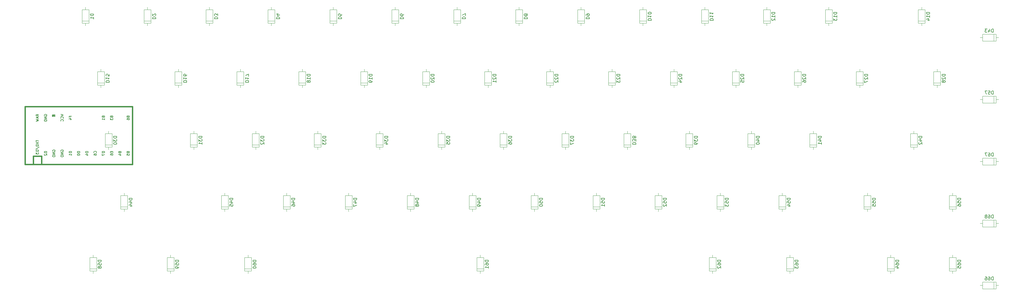
<source format=gbr>
G04 #@! TF.GenerationSoftware,KiCad,Pcbnew,(5.1.4)-1*
G04 #@! TF.CreationDate,2021-01-04T02:31:07-06:00*
G04 #@! TF.ProjectId,65Numpad,36354e75-6d70-4616-942e-6b696361645f,rev?*
G04 #@! TF.SameCoordinates,Original*
G04 #@! TF.FileFunction,Legend,Bot*
G04 #@! TF.FilePolarity,Positive*
%FSLAX46Y46*%
G04 Gerber Fmt 4.6, Leading zero omitted, Abs format (unit mm)*
G04 Created by KiCad (PCBNEW (5.1.4)-1) date 2021-01-04 02:31:07*
%MOMM*%
%LPD*%
G04 APERTURE LIST*
%ADD10C,0.120000*%
%ADD11C,0.381000*%
%ADD12C,0.150000*%
G04 APERTURE END LIST*
D10*
X293525000Y-122765000D02*
X293525000Y-124885000D01*
X293525000Y-124885000D02*
X289405000Y-124885000D01*
X289405000Y-124885000D02*
X289405000Y-122765000D01*
X289405000Y-122765000D02*
X293525000Y-122765000D01*
X294295000Y-123825000D02*
X293525000Y-123825000D01*
X288635000Y-123825000D02*
X289405000Y-123825000D01*
X292865000Y-122765000D02*
X292865000Y-124885000D01*
X293525000Y-103715000D02*
X293525000Y-105835000D01*
X293525000Y-105835000D02*
X289405000Y-105835000D01*
X289405000Y-105835000D02*
X289405000Y-103715000D01*
X289405000Y-103715000D02*
X293525000Y-103715000D01*
X294295000Y-104775000D02*
X293525000Y-104775000D01*
X288635000Y-104775000D02*
X289405000Y-104775000D01*
X292865000Y-103715000D02*
X292865000Y-105835000D01*
X293525000Y-141815000D02*
X293525000Y-143935000D01*
X293525000Y-143935000D02*
X289405000Y-143935000D01*
X289405000Y-143935000D02*
X289405000Y-141815000D01*
X289405000Y-141815000D02*
X293525000Y-141815000D01*
X294295000Y-142875000D02*
X293525000Y-142875000D01*
X288635000Y-142875000D02*
X289405000Y-142875000D01*
X292865000Y-141815000D02*
X292865000Y-143935000D01*
X281253750Y-138426250D02*
X279133750Y-138426250D01*
X279133750Y-138426250D02*
X279133750Y-134306250D01*
X279133750Y-134306250D02*
X281253750Y-134306250D01*
X281253750Y-134306250D02*
X281253750Y-138426250D01*
X280193750Y-139196250D02*
X280193750Y-138426250D01*
X280193750Y-133536250D02*
X280193750Y-134306250D01*
X281253750Y-137766250D02*
X279133750Y-137766250D01*
X262203750Y-138426250D02*
X260083750Y-138426250D01*
X260083750Y-138426250D02*
X260083750Y-134306250D01*
X260083750Y-134306250D02*
X262203750Y-134306250D01*
X262203750Y-134306250D02*
X262203750Y-138426250D01*
X261143750Y-139196250D02*
X261143750Y-138426250D01*
X261143750Y-133536250D02*
X261143750Y-134306250D01*
X262203750Y-137766250D02*
X260083750Y-137766250D01*
X231247500Y-138426250D02*
X229127500Y-138426250D01*
X229127500Y-138426250D02*
X229127500Y-134306250D01*
X229127500Y-134306250D02*
X231247500Y-134306250D01*
X231247500Y-134306250D02*
X231247500Y-138426250D01*
X230187500Y-139196250D02*
X230187500Y-138426250D01*
X230187500Y-133536250D02*
X230187500Y-134306250D01*
X231247500Y-137766250D02*
X229127500Y-137766250D01*
X207435000Y-138426250D02*
X205315000Y-138426250D01*
X205315000Y-138426250D02*
X205315000Y-134306250D01*
X205315000Y-134306250D02*
X207435000Y-134306250D01*
X207435000Y-134306250D02*
X207435000Y-138426250D01*
X206375000Y-139196250D02*
X206375000Y-138426250D01*
X206375000Y-133536250D02*
X206375000Y-134306250D01*
X207435000Y-137766250D02*
X205315000Y-137766250D01*
X135997500Y-138426250D02*
X133877500Y-138426250D01*
X133877500Y-138426250D02*
X133877500Y-134306250D01*
X133877500Y-134306250D02*
X135997500Y-134306250D01*
X135997500Y-134306250D02*
X135997500Y-138426250D01*
X134937500Y-139196250D02*
X134937500Y-138426250D01*
X134937500Y-133536250D02*
X134937500Y-134306250D01*
X135997500Y-137766250D02*
X133877500Y-137766250D01*
X64560000Y-138426250D02*
X62440000Y-138426250D01*
X62440000Y-138426250D02*
X62440000Y-134306250D01*
X62440000Y-134306250D02*
X64560000Y-134306250D01*
X64560000Y-134306250D02*
X64560000Y-138426250D01*
X63500000Y-139196250D02*
X63500000Y-138426250D01*
X63500000Y-133536250D02*
X63500000Y-134306250D01*
X64560000Y-137766250D02*
X62440000Y-137766250D01*
X40747500Y-138426250D02*
X38627500Y-138426250D01*
X38627500Y-138426250D02*
X38627500Y-134306250D01*
X38627500Y-134306250D02*
X40747500Y-134306250D01*
X40747500Y-134306250D02*
X40747500Y-138426250D01*
X39687500Y-139196250D02*
X39687500Y-138426250D01*
X39687500Y-133536250D02*
X39687500Y-134306250D01*
X40747500Y-137766250D02*
X38627500Y-137766250D01*
X16935000Y-138426250D02*
X14815000Y-138426250D01*
X14815000Y-138426250D02*
X14815000Y-134306250D01*
X14815000Y-134306250D02*
X16935000Y-134306250D01*
X16935000Y-134306250D02*
X16935000Y-138426250D01*
X15875000Y-139196250D02*
X15875000Y-138426250D01*
X15875000Y-133536250D02*
X15875000Y-134306250D01*
X16935000Y-137766250D02*
X14815000Y-137766250D01*
X293525000Y-84665000D02*
X293525000Y-86785000D01*
X293525000Y-86785000D02*
X289405000Y-86785000D01*
X289405000Y-86785000D02*
X289405000Y-84665000D01*
X289405000Y-84665000D02*
X293525000Y-84665000D01*
X294295000Y-85725000D02*
X293525000Y-85725000D01*
X288635000Y-85725000D02*
X289405000Y-85725000D01*
X292865000Y-84665000D02*
X292865000Y-86785000D01*
X281253750Y-119376250D02*
X279133750Y-119376250D01*
X279133750Y-119376250D02*
X279133750Y-115256250D01*
X279133750Y-115256250D02*
X281253750Y-115256250D01*
X281253750Y-115256250D02*
X281253750Y-119376250D01*
X280193750Y-120146250D02*
X280193750Y-119376250D01*
X280193750Y-114486250D02*
X280193750Y-115256250D01*
X281253750Y-118716250D02*
X279133750Y-118716250D01*
X255060000Y-119376250D02*
X252940000Y-119376250D01*
X252940000Y-119376250D02*
X252940000Y-115256250D01*
X252940000Y-115256250D02*
X255060000Y-115256250D01*
X255060000Y-115256250D02*
X255060000Y-119376250D01*
X254000000Y-120146250D02*
X254000000Y-119376250D01*
X254000000Y-114486250D02*
X254000000Y-115256250D01*
X255060000Y-118716250D02*
X252940000Y-118716250D01*
X228866250Y-119376250D02*
X226746250Y-119376250D01*
X226746250Y-119376250D02*
X226746250Y-115256250D01*
X226746250Y-115256250D02*
X228866250Y-115256250D01*
X228866250Y-115256250D02*
X228866250Y-119376250D01*
X227806250Y-120146250D02*
X227806250Y-119376250D01*
X227806250Y-114486250D02*
X227806250Y-115256250D01*
X228866250Y-118716250D02*
X226746250Y-118716250D01*
X209816250Y-119376250D02*
X207696250Y-119376250D01*
X207696250Y-119376250D02*
X207696250Y-115256250D01*
X207696250Y-115256250D02*
X209816250Y-115256250D01*
X209816250Y-115256250D02*
X209816250Y-119376250D01*
X208756250Y-120146250D02*
X208756250Y-119376250D01*
X208756250Y-114486250D02*
X208756250Y-115256250D01*
X209816250Y-118716250D02*
X207696250Y-118716250D01*
X190766250Y-119376250D02*
X188646250Y-119376250D01*
X188646250Y-119376250D02*
X188646250Y-115256250D01*
X188646250Y-115256250D02*
X190766250Y-115256250D01*
X190766250Y-115256250D02*
X190766250Y-119376250D01*
X189706250Y-120146250D02*
X189706250Y-119376250D01*
X189706250Y-114486250D02*
X189706250Y-115256250D01*
X190766250Y-118716250D02*
X188646250Y-118716250D01*
X171716250Y-119376250D02*
X169596250Y-119376250D01*
X169596250Y-119376250D02*
X169596250Y-115256250D01*
X169596250Y-115256250D02*
X171716250Y-115256250D01*
X171716250Y-115256250D02*
X171716250Y-119376250D01*
X170656250Y-120146250D02*
X170656250Y-119376250D01*
X170656250Y-114486250D02*
X170656250Y-115256250D01*
X171716250Y-118716250D02*
X169596250Y-118716250D01*
X152666250Y-119376250D02*
X150546250Y-119376250D01*
X150546250Y-119376250D02*
X150546250Y-115256250D01*
X150546250Y-115256250D02*
X152666250Y-115256250D01*
X152666250Y-115256250D02*
X152666250Y-119376250D01*
X151606250Y-120146250D02*
X151606250Y-119376250D01*
X151606250Y-114486250D02*
X151606250Y-115256250D01*
X152666250Y-118716250D02*
X150546250Y-118716250D01*
X133616250Y-119376250D02*
X131496250Y-119376250D01*
X131496250Y-119376250D02*
X131496250Y-115256250D01*
X131496250Y-115256250D02*
X133616250Y-115256250D01*
X133616250Y-115256250D02*
X133616250Y-119376250D01*
X132556250Y-120146250D02*
X132556250Y-119376250D01*
X132556250Y-114486250D02*
X132556250Y-115256250D01*
X133616250Y-118716250D02*
X131496250Y-118716250D01*
X114566250Y-119376250D02*
X112446250Y-119376250D01*
X112446250Y-119376250D02*
X112446250Y-115256250D01*
X112446250Y-115256250D02*
X114566250Y-115256250D01*
X114566250Y-115256250D02*
X114566250Y-119376250D01*
X113506250Y-120146250D02*
X113506250Y-119376250D01*
X113506250Y-114486250D02*
X113506250Y-115256250D01*
X114566250Y-118716250D02*
X112446250Y-118716250D01*
X95516250Y-119376250D02*
X93396250Y-119376250D01*
X93396250Y-119376250D02*
X93396250Y-115256250D01*
X93396250Y-115256250D02*
X95516250Y-115256250D01*
X95516250Y-115256250D02*
X95516250Y-119376250D01*
X94456250Y-120146250D02*
X94456250Y-119376250D01*
X94456250Y-114486250D02*
X94456250Y-115256250D01*
X95516250Y-118716250D02*
X93396250Y-118716250D01*
X76466250Y-119376250D02*
X74346250Y-119376250D01*
X74346250Y-119376250D02*
X74346250Y-115256250D01*
X74346250Y-115256250D02*
X76466250Y-115256250D01*
X76466250Y-115256250D02*
X76466250Y-119376250D01*
X75406250Y-120146250D02*
X75406250Y-119376250D01*
X75406250Y-114486250D02*
X75406250Y-115256250D01*
X76466250Y-118716250D02*
X74346250Y-118716250D01*
X57416250Y-119376250D02*
X55296250Y-119376250D01*
X55296250Y-119376250D02*
X55296250Y-115256250D01*
X55296250Y-115256250D02*
X57416250Y-115256250D01*
X57416250Y-115256250D02*
X57416250Y-119376250D01*
X56356250Y-120146250D02*
X56356250Y-119376250D01*
X56356250Y-114486250D02*
X56356250Y-115256250D01*
X57416250Y-118716250D02*
X55296250Y-118716250D01*
X26460000Y-119376250D02*
X24340000Y-119376250D01*
X24340000Y-119376250D02*
X24340000Y-115256250D01*
X24340000Y-115256250D02*
X26460000Y-115256250D01*
X26460000Y-115256250D02*
X26460000Y-119376250D01*
X25400000Y-120146250D02*
X25400000Y-119376250D01*
X25400000Y-114486250D02*
X25400000Y-115256250D01*
X26460000Y-118716250D02*
X24340000Y-118716250D01*
X293525000Y-65615000D02*
X293525000Y-67735000D01*
X293525000Y-67735000D02*
X289405000Y-67735000D01*
X289405000Y-67735000D02*
X289405000Y-65615000D01*
X289405000Y-65615000D02*
X293525000Y-65615000D01*
X294295000Y-66675000D02*
X293525000Y-66675000D01*
X288635000Y-66675000D02*
X289405000Y-66675000D01*
X292865000Y-65615000D02*
X292865000Y-67735000D01*
X269347500Y-100326250D02*
X267227500Y-100326250D01*
X267227500Y-100326250D02*
X267227500Y-96206250D01*
X267227500Y-96206250D02*
X269347500Y-96206250D01*
X269347500Y-96206250D02*
X269347500Y-100326250D01*
X268287500Y-101096250D02*
X268287500Y-100326250D01*
X268287500Y-95436250D02*
X268287500Y-96206250D01*
X269347500Y-99666250D02*
X267227500Y-99666250D01*
X238391250Y-100326250D02*
X236271250Y-100326250D01*
X236271250Y-100326250D02*
X236271250Y-96206250D01*
X236271250Y-96206250D02*
X238391250Y-96206250D01*
X238391250Y-96206250D02*
X238391250Y-100326250D01*
X237331250Y-101096250D02*
X237331250Y-100326250D01*
X237331250Y-95436250D02*
X237331250Y-96206250D01*
X238391250Y-99666250D02*
X236271250Y-99666250D01*
X219341250Y-100326250D02*
X217221250Y-100326250D01*
X217221250Y-100326250D02*
X217221250Y-96206250D01*
X217221250Y-96206250D02*
X219341250Y-96206250D01*
X219341250Y-96206250D02*
X219341250Y-100326250D01*
X218281250Y-101096250D02*
X218281250Y-100326250D01*
X218281250Y-95436250D02*
X218281250Y-96206250D01*
X219341250Y-99666250D02*
X217221250Y-99666250D01*
X200291250Y-100326250D02*
X198171250Y-100326250D01*
X198171250Y-100326250D02*
X198171250Y-96206250D01*
X198171250Y-96206250D02*
X200291250Y-96206250D01*
X200291250Y-96206250D02*
X200291250Y-100326250D01*
X199231250Y-101096250D02*
X199231250Y-100326250D01*
X199231250Y-95436250D02*
X199231250Y-96206250D01*
X200291250Y-99666250D02*
X198171250Y-99666250D01*
X181241250Y-100326250D02*
X179121250Y-100326250D01*
X179121250Y-100326250D02*
X179121250Y-96206250D01*
X179121250Y-96206250D02*
X181241250Y-96206250D01*
X181241250Y-96206250D02*
X181241250Y-100326250D01*
X180181250Y-101096250D02*
X180181250Y-100326250D01*
X180181250Y-95436250D02*
X180181250Y-96206250D01*
X181241250Y-99666250D02*
X179121250Y-99666250D01*
X162191250Y-100326250D02*
X160071250Y-100326250D01*
X160071250Y-100326250D02*
X160071250Y-96206250D01*
X160071250Y-96206250D02*
X162191250Y-96206250D01*
X162191250Y-96206250D02*
X162191250Y-100326250D01*
X161131250Y-101096250D02*
X161131250Y-100326250D01*
X161131250Y-95436250D02*
X161131250Y-96206250D01*
X162191250Y-99666250D02*
X160071250Y-99666250D01*
X143141250Y-100326250D02*
X141021250Y-100326250D01*
X141021250Y-100326250D02*
X141021250Y-96206250D01*
X141021250Y-96206250D02*
X143141250Y-96206250D01*
X143141250Y-96206250D02*
X143141250Y-100326250D01*
X142081250Y-101096250D02*
X142081250Y-100326250D01*
X142081250Y-95436250D02*
X142081250Y-96206250D01*
X143141250Y-99666250D02*
X141021250Y-99666250D01*
X124091250Y-100326250D02*
X121971250Y-100326250D01*
X121971250Y-100326250D02*
X121971250Y-96206250D01*
X121971250Y-96206250D02*
X124091250Y-96206250D01*
X124091250Y-96206250D02*
X124091250Y-100326250D01*
X123031250Y-101096250D02*
X123031250Y-100326250D01*
X123031250Y-95436250D02*
X123031250Y-96206250D01*
X124091250Y-99666250D02*
X121971250Y-99666250D01*
X105041250Y-100326250D02*
X102921250Y-100326250D01*
X102921250Y-100326250D02*
X102921250Y-96206250D01*
X102921250Y-96206250D02*
X105041250Y-96206250D01*
X105041250Y-96206250D02*
X105041250Y-100326250D01*
X103981250Y-101096250D02*
X103981250Y-100326250D01*
X103981250Y-95436250D02*
X103981250Y-96206250D01*
X105041250Y-99666250D02*
X102921250Y-99666250D01*
X85991250Y-100326250D02*
X83871250Y-100326250D01*
X83871250Y-100326250D02*
X83871250Y-96206250D01*
X83871250Y-96206250D02*
X85991250Y-96206250D01*
X85991250Y-96206250D02*
X85991250Y-100326250D01*
X84931250Y-101096250D02*
X84931250Y-100326250D01*
X84931250Y-95436250D02*
X84931250Y-96206250D01*
X85991250Y-99666250D02*
X83871250Y-99666250D01*
X66941250Y-100326250D02*
X64821250Y-100326250D01*
X64821250Y-100326250D02*
X64821250Y-96206250D01*
X64821250Y-96206250D02*
X66941250Y-96206250D01*
X66941250Y-96206250D02*
X66941250Y-100326250D01*
X65881250Y-101096250D02*
X65881250Y-100326250D01*
X65881250Y-95436250D02*
X65881250Y-96206250D01*
X66941250Y-99666250D02*
X64821250Y-99666250D01*
X47891250Y-100326250D02*
X45771250Y-100326250D01*
X45771250Y-100326250D02*
X45771250Y-96206250D01*
X45771250Y-96206250D02*
X47891250Y-96206250D01*
X47891250Y-96206250D02*
X47891250Y-100326250D01*
X46831250Y-101096250D02*
X46831250Y-100326250D01*
X46831250Y-95436250D02*
X46831250Y-96206250D01*
X47891250Y-99666250D02*
X45771250Y-99666250D01*
X21697500Y-100326250D02*
X19577500Y-100326250D01*
X19577500Y-100326250D02*
X19577500Y-96206250D01*
X19577500Y-96206250D02*
X21697500Y-96206250D01*
X21697500Y-96206250D02*
X21697500Y-100326250D01*
X20637500Y-101096250D02*
X20637500Y-100326250D01*
X20637500Y-95436250D02*
X20637500Y-96206250D01*
X21697500Y-99666250D02*
X19577500Y-99666250D01*
X276491250Y-81276250D02*
X274371250Y-81276250D01*
X274371250Y-81276250D02*
X274371250Y-77156250D01*
X274371250Y-77156250D02*
X276491250Y-77156250D01*
X276491250Y-77156250D02*
X276491250Y-81276250D01*
X275431250Y-82046250D02*
X275431250Y-81276250D01*
X275431250Y-76386250D02*
X275431250Y-77156250D01*
X276491250Y-80616250D02*
X274371250Y-80616250D01*
X252678750Y-81276250D02*
X250558750Y-81276250D01*
X250558750Y-81276250D02*
X250558750Y-77156250D01*
X250558750Y-77156250D02*
X252678750Y-77156250D01*
X252678750Y-77156250D02*
X252678750Y-81276250D01*
X251618750Y-82046250D02*
X251618750Y-81276250D01*
X251618750Y-76386250D02*
X251618750Y-77156250D01*
X252678750Y-80616250D02*
X250558750Y-80616250D01*
X233628750Y-81276250D02*
X231508750Y-81276250D01*
X231508750Y-81276250D02*
X231508750Y-77156250D01*
X231508750Y-77156250D02*
X233628750Y-77156250D01*
X233628750Y-77156250D02*
X233628750Y-81276250D01*
X232568750Y-82046250D02*
X232568750Y-81276250D01*
X232568750Y-76386250D02*
X232568750Y-77156250D01*
X233628750Y-80616250D02*
X231508750Y-80616250D01*
X214578750Y-81276250D02*
X212458750Y-81276250D01*
X212458750Y-81276250D02*
X212458750Y-77156250D01*
X212458750Y-77156250D02*
X214578750Y-77156250D01*
X214578750Y-77156250D02*
X214578750Y-81276250D01*
X213518750Y-82046250D02*
X213518750Y-81276250D01*
X213518750Y-76386250D02*
X213518750Y-77156250D01*
X214578750Y-80616250D02*
X212458750Y-80616250D01*
X195528750Y-81276250D02*
X193408750Y-81276250D01*
X193408750Y-81276250D02*
X193408750Y-77156250D01*
X193408750Y-77156250D02*
X195528750Y-77156250D01*
X195528750Y-77156250D02*
X195528750Y-81276250D01*
X194468750Y-82046250D02*
X194468750Y-81276250D01*
X194468750Y-76386250D02*
X194468750Y-77156250D01*
X195528750Y-80616250D02*
X193408750Y-80616250D01*
X176478750Y-81276250D02*
X174358750Y-81276250D01*
X174358750Y-81276250D02*
X174358750Y-77156250D01*
X174358750Y-77156250D02*
X176478750Y-77156250D01*
X176478750Y-77156250D02*
X176478750Y-81276250D01*
X175418750Y-82046250D02*
X175418750Y-81276250D01*
X175418750Y-76386250D02*
X175418750Y-77156250D01*
X176478750Y-80616250D02*
X174358750Y-80616250D01*
X157428750Y-81276250D02*
X155308750Y-81276250D01*
X155308750Y-81276250D02*
X155308750Y-77156250D01*
X155308750Y-77156250D02*
X157428750Y-77156250D01*
X157428750Y-77156250D02*
X157428750Y-81276250D01*
X156368750Y-82046250D02*
X156368750Y-81276250D01*
X156368750Y-76386250D02*
X156368750Y-77156250D01*
X157428750Y-80616250D02*
X155308750Y-80616250D01*
X138378750Y-81276250D02*
X136258750Y-81276250D01*
X136258750Y-81276250D02*
X136258750Y-77156250D01*
X136258750Y-77156250D02*
X138378750Y-77156250D01*
X138378750Y-77156250D02*
X138378750Y-81276250D01*
X137318750Y-82046250D02*
X137318750Y-81276250D01*
X137318750Y-76386250D02*
X137318750Y-77156250D01*
X138378750Y-80616250D02*
X136258750Y-80616250D01*
X119328750Y-81276250D02*
X117208750Y-81276250D01*
X117208750Y-81276250D02*
X117208750Y-77156250D01*
X117208750Y-77156250D02*
X119328750Y-77156250D01*
X119328750Y-77156250D02*
X119328750Y-81276250D01*
X118268750Y-82046250D02*
X118268750Y-81276250D01*
X118268750Y-76386250D02*
X118268750Y-77156250D01*
X119328750Y-80616250D02*
X117208750Y-80616250D01*
X100278750Y-81276250D02*
X98158750Y-81276250D01*
X98158750Y-81276250D02*
X98158750Y-77156250D01*
X98158750Y-77156250D02*
X100278750Y-77156250D01*
X100278750Y-77156250D02*
X100278750Y-81276250D01*
X99218750Y-82046250D02*
X99218750Y-81276250D01*
X99218750Y-76386250D02*
X99218750Y-77156250D01*
X100278750Y-80616250D02*
X98158750Y-80616250D01*
X81228750Y-81276250D02*
X79108750Y-81276250D01*
X79108750Y-81276250D02*
X79108750Y-77156250D01*
X79108750Y-77156250D02*
X81228750Y-77156250D01*
X81228750Y-77156250D02*
X81228750Y-81276250D01*
X80168750Y-82046250D02*
X80168750Y-81276250D01*
X80168750Y-76386250D02*
X80168750Y-77156250D01*
X81228750Y-80616250D02*
X79108750Y-80616250D01*
X62178750Y-81276250D02*
X60058750Y-81276250D01*
X60058750Y-81276250D02*
X60058750Y-77156250D01*
X60058750Y-77156250D02*
X62178750Y-77156250D01*
X62178750Y-77156250D02*
X62178750Y-81276250D01*
X61118750Y-82046250D02*
X61118750Y-81276250D01*
X61118750Y-76386250D02*
X61118750Y-77156250D01*
X62178750Y-80616250D02*
X60058750Y-80616250D01*
X43128750Y-81276250D02*
X41008750Y-81276250D01*
X41008750Y-81276250D02*
X41008750Y-77156250D01*
X41008750Y-77156250D02*
X43128750Y-77156250D01*
X43128750Y-77156250D02*
X43128750Y-81276250D01*
X42068750Y-82046250D02*
X42068750Y-81276250D01*
X42068750Y-76386250D02*
X42068750Y-77156250D01*
X43128750Y-80616250D02*
X41008750Y-80616250D01*
X19316250Y-81276250D02*
X17196250Y-81276250D01*
X17196250Y-81276250D02*
X17196250Y-77156250D01*
X17196250Y-77156250D02*
X19316250Y-77156250D01*
X19316250Y-77156250D02*
X19316250Y-81276250D01*
X18256250Y-82046250D02*
X18256250Y-81276250D01*
X18256250Y-76386250D02*
X18256250Y-77156250D01*
X19316250Y-80616250D02*
X17196250Y-80616250D01*
X271728750Y-62226250D02*
X269608750Y-62226250D01*
X269608750Y-62226250D02*
X269608750Y-58106250D01*
X269608750Y-58106250D02*
X271728750Y-58106250D01*
X271728750Y-58106250D02*
X271728750Y-62226250D01*
X270668750Y-62996250D02*
X270668750Y-62226250D01*
X270668750Y-57336250D02*
X270668750Y-58106250D01*
X271728750Y-61566250D02*
X269608750Y-61566250D01*
X243153750Y-62226250D02*
X241033750Y-62226250D01*
X241033750Y-62226250D02*
X241033750Y-58106250D01*
X241033750Y-58106250D02*
X243153750Y-58106250D01*
X243153750Y-58106250D02*
X243153750Y-62226250D01*
X242093750Y-62996250D02*
X242093750Y-62226250D01*
X242093750Y-57336250D02*
X242093750Y-58106250D01*
X243153750Y-61566250D02*
X241033750Y-61566250D01*
X224103750Y-62226250D02*
X221983750Y-62226250D01*
X221983750Y-62226250D02*
X221983750Y-58106250D01*
X221983750Y-58106250D02*
X224103750Y-58106250D01*
X224103750Y-58106250D02*
X224103750Y-62226250D01*
X223043750Y-62996250D02*
X223043750Y-62226250D01*
X223043750Y-57336250D02*
X223043750Y-58106250D01*
X224103750Y-61566250D02*
X221983750Y-61566250D01*
X205053750Y-62226250D02*
X202933750Y-62226250D01*
X202933750Y-62226250D02*
X202933750Y-58106250D01*
X202933750Y-58106250D02*
X205053750Y-58106250D01*
X205053750Y-58106250D02*
X205053750Y-62226250D01*
X203993750Y-62996250D02*
X203993750Y-62226250D01*
X203993750Y-57336250D02*
X203993750Y-58106250D01*
X205053750Y-61566250D02*
X202933750Y-61566250D01*
X186003750Y-62226250D02*
X183883750Y-62226250D01*
X183883750Y-62226250D02*
X183883750Y-58106250D01*
X183883750Y-58106250D02*
X186003750Y-58106250D01*
X186003750Y-58106250D02*
X186003750Y-62226250D01*
X184943750Y-62996250D02*
X184943750Y-62226250D01*
X184943750Y-57336250D02*
X184943750Y-58106250D01*
X186003750Y-61566250D02*
X183883750Y-61566250D01*
X166953750Y-62226250D02*
X164833750Y-62226250D01*
X164833750Y-62226250D02*
X164833750Y-58106250D01*
X164833750Y-58106250D02*
X166953750Y-58106250D01*
X166953750Y-58106250D02*
X166953750Y-62226250D01*
X165893750Y-62996250D02*
X165893750Y-62226250D01*
X165893750Y-57336250D02*
X165893750Y-58106250D01*
X166953750Y-61566250D02*
X164833750Y-61566250D01*
X147903750Y-62226250D02*
X145783750Y-62226250D01*
X145783750Y-62226250D02*
X145783750Y-58106250D01*
X145783750Y-58106250D02*
X147903750Y-58106250D01*
X147903750Y-58106250D02*
X147903750Y-62226250D01*
X146843750Y-62996250D02*
X146843750Y-62226250D01*
X146843750Y-57336250D02*
X146843750Y-58106250D01*
X147903750Y-61566250D02*
X145783750Y-61566250D01*
X128853750Y-62226250D02*
X126733750Y-62226250D01*
X126733750Y-62226250D02*
X126733750Y-58106250D01*
X126733750Y-58106250D02*
X128853750Y-58106250D01*
X128853750Y-58106250D02*
X128853750Y-62226250D01*
X127793750Y-62996250D02*
X127793750Y-62226250D01*
X127793750Y-57336250D02*
X127793750Y-58106250D01*
X128853750Y-61566250D02*
X126733750Y-61566250D01*
X109803750Y-62226250D02*
X107683750Y-62226250D01*
X107683750Y-62226250D02*
X107683750Y-58106250D01*
X107683750Y-58106250D02*
X109803750Y-58106250D01*
X109803750Y-58106250D02*
X109803750Y-62226250D01*
X108743750Y-62996250D02*
X108743750Y-62226250D01*
X108743750Y-57336250D02*
X108743750Y-58106250D01*
X109803750Y-61566250D02*
X107683750Y-61566250D01*
X90753750Y-62226250D02*
X88633750Y-62226250D01*
X88633750Y-62226250D02*
X88633750Y-58106250D01*
X88633750Y-58106250D02*
X90753750Y-58106250D01*
X90753750Y-58106250D02*
X90753750Y-62226250D01*
X89693750Y-62996250D02*
X89693750Y-62226250D01*
X89693750Y-57336250D02*
X89693750Y-58106250D01*
X90753750Y-61566250D02*
X88633750Y-61566250D01*
X71703750Y-62226250D02*
X69583750Y-62226250D01*
X69583750Y-62226250D02*
X69583750Y-58106250D01*
X69583750Y-58106250D02*
X71703750Y-58106250D01*
X71703750Y-58106250D02*
X71703750Y-62226250D01*
X70643750Y-62996250D02*
X70643750Y-62226250D01*
X70643750Y-57336250D02*
X70643750Y-58106250D01*
X71703750Y-61566250D02*
X69583750Y-61566250D01*
X52653750Y-62226250D02*
X50533750Y-62226250D01*
X50533750Y-62226250D02*
X50533750Y-58106250D01*
X50533750Y-58106250D02*
X52653750Y-58106250D01*
X52653750Y-58106250D02*
X52653750Y-62226250D01*
X51593750Y-62996250D02*
X51593750Y-62226250D01*
X51593750Y-57336250D02*
X51593750Y-58106250D01*
X52653750Y-61566250D02*
X50533750Y-61566250D01*
X33603750Y-62226250D02*
X31483750Y-62226250D01*
X31483750Y-62226250D02*
X31483750Y-58106250D01*
X31483750Y-58106250D02*
X33603750Y-58106250D01*
X33603750Y-58106250D02*
X33603750Y-62226250D01*
X32543750Y-62996250D02*
X32543750Y-62226250D01*
X32543750Y-57336250D02*
X32543750Y-58106250D01*
X33603750Y-61566250D02*
X31483750Y-61566250D01*
X14553750Y-62226250D02*
X12433750Y-62226250D01*
X12433750Y-62226250D02*
X12433750Y-58106250D01*
X12433750Y-58106250D02*
X14553750Y-58106250D01*
X14553750Y-58106250D02*
X14553750Y-62226250D01*
X13493750Y-62996250D02*
X13493750Y-62226250D01*
X13493750Y-57336250D02*
X13493750Y-58106250D01*
X14553750Y-61566250D02*
X12433750Y-61566250D01*
D11*
X-2540000Y-103187500D02*
X-2540000Y-105727500D01*
X-5080000Y-87947500D02*
X-5080000Y-105727500D01*
X-5080000Y-105727500D02*
X27940000Y-105727500D01*
X27940000Y-105727500D02*
X27940000Y-87947500D01*
X27940000Y-87947500D02*
X-5080000Y-87947500D01*
D12*
G36*
X3349030Y-90992865D02*
G01*
X3449030Y-90992865D01*
X3449030Y-90492865D01*
X3349030Y-90492865D01*
X3349030Y-90992865D01*
G37*
X3349030Y-90992865D02*
X3449030Y-90992865D01*
X3449030Y-90492865D01*
X3349030Y-90492865D01*
X3349030Y-90992865D01*
G36*
X3349030Y-90992865D02*
G01*
X3649030Y-90992865D01*
X3649030Y-90892865D01*
X3349030Y-90892865D01*
X3349030Y-90992865D01*
G37*
X3349030Y-90992865D02*
X3649030Y-90992865D01*
X3649030Y-90892865D01*
X3349030Y-90892865D01*
X3349030Y-90992865D01*
G36*
X3949030Y-90992865D02*
G01*
X4149030Y-90992865D01*
X4149030Y-90892865D01*
X3949030Y-90892865D01*
X3949030Y-90992865D01*
G37*
X3949030Y-90992865D02*
X4149030Y-90992865D01*
X4149030Y-90892865D01*
X3949030Y-90892865D01*
X3949030Y-90992865D01*
G36*
X3349030Y-90592865D02*
G01*
X4149030Y-90592865D01*
X4149030Y-90492865D01*
X3349030Y-90492865D01*
X3349030Y-90592865D01*
G37*
X3349030Y-90592865D02*
X4149030Y-90592865D01*
X4149030Y-90492865D01*
X3349030Y-90492865D01*
X3349030Y-90592865D01*
G36*
X3749030Y-90792865D02*
G01*
X3849030Y-90792865D01*
X3849030Y-90692865D01*
X3749030Y-90692865D01*
X3749030Y-90792865D01*
G37*
X3749030Y-90792865D02*
X3849030Y-90792865D01*
X3849030Y-90692865D01*
X3749030Y-90692865D01*
X3749030Y-90792865D01*
D11*
X-2540000Y-103187500D02*
X0Y-103187500D01*
X0Y-103187500D02*
X0Y-105727500D01*
D12*
X292679285Y-122217380D02*
X292679285Y-121217380D01*
X292441190Y-121217380D01*
X292298333Y-121265000D01*
X292203095Y-121360238D01*
X292155476Y-121455476D01*
X292107857Y-121645952D01*
X292107857Y-121788809D01*
X292155476Y-121979285D01*
X292203095Y-122074523D01*
X292298333Y-122169761D01*
X292441190Y-122217380D01*
X292679285Y-122217380D01*
X291250714Y-121217380D02*
X291441190Y-121217380D01*
X291536428Y-121265000D01*
X291584047Y-121312619D01*
X291679285Y-121455476D01*
X291726904Y-121645952D01*
X291726904Y-122026904D01*
X291679285Y-122122142D01*
X291631666Y-122169761D01*
X291536428Y-122217380D01*
X291345952Y-122217380D01*
X291250714Y-122169761D01*
X291203095Y-122122142D01*
X291155476Y-122026904D01*
X291155476Y-121788809D01*
X291203095Y-121693571D01*
X291250714Y-121645952D01*
X291345952Y-121598333D01*
X291536428Y-121598333D01*
X291631666Y-121645952D01*
X291679285Y-121693571D01*
X291726904Y-121788809D01*
X290584047Y-121645952D02*
X290679285Y-121598333D01*
X290726904Y-121550714D01*
X290774523Y-121455476D01*
X290774523Y-121407857D01*
X290726904Y-121312619D01*
X290679285Y-121265000D01*
X290584047Y-121217380D01*
X290393571Y-121217380D01*
X290298333Y-121265000D01*
X290250714Y-121312619D01*
X290203095Y-121407857D01*
X290203095Y-121455476D01*
X290250714Y-121550714D01*
X290298333Y-121598333D01*
X290393571Y-121645952D01*
X290584047Y-121645952D01*
X290679285Y-121693571D01*
X290726904Y-121741190D01*
X290774523Y-121836428D01*
X290774523Y-122026904D01*
X290726904Y-122122142D01*
X290679285Y-122169761D01*
X290584047Y-122217380D01*
X290393571Y-122217380D01*
X290298333Y-122169761D01*
X290250714Y-122122142D01*
X290203095Y-122026904D01*
X290203095Y-121836428D01*
X290250714Y-121741190D01*
X290298333Y-121693571D01*
X290393571Y-121645952D01*
X292679285Y-103167380D02*
X292679285Y-102167380D01*
X292441190Y-102167380D01*
X292298333Y-102215000D01*
X292203095Y-102310238D01*
X292155476Y-102405476D01*
X292107857Y-102595952D01*
X292107857Y-102738809D01*
X292155476Y-102929285D01*
X292203095Y-103024523D01*
X292298333Y-103119761D01*
X292441190Y-103167380D01*
X292679285Y-103167380D01*
X291250714Y-102167380D02*
X291441190Y-102167380D01*
X291536428Y-102215000D01*
X291584047Y-102262619D01*
X291679285Y-102405476D01*
X291726904Y-102595952D01*
X291726904Y-102976904D01*
X291679285Y-103072142D01*
X291631666Y-103119761D01*
X291536428Y-103167380D01*
X291345952Y-103167380D01*
X291250714Y-103119761D01*
X291203095Y-103072142D01*
X291155476Y-102976904D01*
X291155476Y-102738809D01*
X291203095Y-102643571D01*
X291250714Y-102595952D01*
X291345952Y-102548333D01*
X291536428Y-102548333D01*
X291631666Y-102595952D01*
X291679285Y-102643571D01*
X291726904Y-102738809D01*
X290822142Y-102167380D02*
X290155476Y-102167380D01*
X290584047Y-103167380D01*
X292679285Y-141267380D02*
X292679285Y-140267380D01*
X292441190Y-140267380D01*
X292298333Y-140315000D01*
X292203095Y-140410238D01*
X292155476Y-140505476D01*
X292107857Y-140695952D01*
X292107857Y-140838809D01*
X292155476Y-141029285D01*
X292203095Y-141124523D01*
X292298333Y-141219761D01*
X292441190Y-141267380D01*
X292679285Y-141267380D01*
X291250714Y-140267380D02*
X291441190Y-140267380D01*
X291536428Y-140315000D01*
X291584047Y-140362619D01*
X291679285Y-140505476D01*
X291726904Y-140695952D01*
X291726904Y-141076904D01*
X291679285Y-141172142D01*
X291631666Y-141219761D01*
X291536428Y-141267380D01*
X291345952Y-141267380D01*
X291250714Y-141219761D01*
X291203095Y-141172142D01*
X291155476Y-141076904D01*
X291155476Y-140838809D01*
X291203095Y-140743571D01*
X291250714Y-140695952D01*
X291345952Y-140648333D01*
X291536428Y-140648333D01*
X291631666Y-140695952D01*
X291679285Y-140743571D01*
X291726904Y-140838809D01*
X290298333Y-140267380D02*
X290488809Y-140267380D01*
X290584047Y-140315000D01*
X290631666Y-140362619D01*
X290726904Y-140505476D01*
X290774523Y-140695952D01*
X290774523Y-141076904D01*
X290726904Y-141172142D01*
X290679285Y-141219761D01*
X290584047Y-141267380D01*
X290393571Y-141267380D01*
X290298333Y-141219761D01*
X290250714Y-141172142D01*
X290203095Y-141076904D01*
X290203095Y-140838809D01*
X290250714Y-140743571D01*
X290298333Y-140695952D01*
X290393571Y-140648333D01*
X290584047Y-140648333D01*
X290679285Y-140695952D01*
X290726904Y-140743571D01*
X290774523Y-140838809D01*
X282706130Y-135151964D02*
X281706130Y-135151964D01*
X281706130Y-135390059D01*
X281753750Y-135532916D01*
X281848988Y-135628154D01*
X281944226Y-135675773D01*
X282134702Y-135723392D01*
X282277559Y-135723392D01*
X282468035Y-135675773D01*
X282563273Y-135628154D01*
X282658511Y-135532916D01*
X282706130Y-135390059D01*
X282706130Y-135151964D01*
X281706130Y-136580535D02*
X281706130Y-136390059D01*
X281753750Y-136294821D01*
X281801369Y-136247202D01*
X281944226Y-136151964D01*
X282134702Y-136104345D01*
X282515654Y-136104345D01*
X282610892Y-136151964D01*
X282658511Y-136199583D01*
X282706130Y-136294821D01*
X282706130Y-136485297D01*
X282658511Y-136580535D01*
X282610892Y-136628154D01*
X282515654Y-136675773D01*
X282277559Y-136675773D01*
X282182321Y-136628154D01*
X282134702Y-136580535D01*
X282087083Y-136485297D01*
X282087083Y-136294821D01*
X282134702Y-136199583D01*
X282182321Y-136151964D01*
X282277559Y-136104345D01*
X281706130Y-137580535D02*
X281706130Y-137104345D01*
X282182321Y-137056726D01*
X282134702Y-137104345D01*
X282087083Y-137199583D01*
X282087083Y-137437678D01*
X282134702Y-137532916D01*
X282182321Y-137580535D01*
X282277559Y-137628154D01*
X282515654Y-137628154D01*
X282610892Y-137580535D01*
X282658511Y-137532916D01*
X282706130Y-137437678D01*
X282706130Y-137199583D01*
X282658511Y-137104345D01*
X282610892Y-137056726D01*
X263656130Y-135151964D02*
X262656130Y-135151964D01*
X262656130Y-135390059D01*
X262703750Y-135532916D01*
X262798988Y-135628154D01*
X262894226Y-135675773D01*
X263084702Y-135723392D01*
X263227559Y-135723392D01*
X263418035Y-135675773D01*
X263513273Y-135628154D01*
X263608511Y-135532916D01*
X263656130Y-135390059D01*
X263656130Y-135151964D01*
X262656130Y-136580535D02*
X262656130Y-136390059D01*
X262703750Y-136294821D01*
X262751369Y-136247202D01*
X262894226Y-136151964D01*
X263084702Y-136104345D01*
X263465654Y-136104345D01*
X263560892Y-136151964D01*
X263608511Y-136199583D01*
X263656130Y-136294821D01*
X263656130Y-136485297D01*
X263608511Y-136580535D01*
X263560892Y-136628154D01*
X263465654Y-136675773D01*
X263227559Y-136675773D01*
X263132321Y-136628154D01*
X263084702Y-136580535D01*
X263037083Y-136485297D01*
X263037083Y-136294821D01*
X263084702Y-136199583D01*
X263132321Y-136151964D01*
X263227559Y-136104345D01*
X262989464Y-137532916D02*
X263656130Y-137532916D01*
X262608511Y-137294821D02*
X263322797Y-137056726D01*
X263322797Y-137675773D01*
X232699880Y-135151964D02*
X231699880Y-135151964D01*
X231699880Y-135390059D01*
X231747500Y-135532916D01*
X231842738Y-135628154D01*
X231937976Y-135675773D01*
X232128452Y-135723392D01*
X232271309Y-135723392D01*
X232461785Y-135675773D01*
X232557023Y-135628154D01*
X232652261Y-135532916D01*
X232699880Y-135390059D01*
X232699880Y-135151964D01*
X231699880Y-136580535D02*
X231699880Y-136390059D01*
X231747500Y-136294821D01*
X231795119Y-136247202D01*
X231937976Y-136151964D01*
X232128452Y-136104345D01*
X232509404Y-136104345D01*
X232604642Y-136151964D01*
X232652261Y-136199583D01*
X232699880Y-136294821D01*
X232699880Y-136485297D01*
X232652261Y-136580535D01*
X232604642Y-136628154D01*
X232509404Y-136675773D01*
X232271309Y-136675773D01*
X232176071Y-136628154D01*
X232128452Y-136580535D01*
X232080833Y-136485297D01*
X232080833Y-136294821D01*
X232128452Y-136199583D01*
X232176071Y-136151964D01*
X232271309Y-136104345D01*
X231699880Y-137009107D02*
X231699880Y-137628154D01*
X232080833Y-137294821D01*
X232080833Y-137437678D01*
X232128452Y-137532916D01*
X232176071Y-137580535D01*
X232271309Y-137628154D01*
X232509404Y-137628154D01*
X232604642Y-137580535D01*
X232652261Y-137532916D01*
X232699880Y-137437678D01*
X232699880Y-137151964D01*
X232652261Y-137056726D01*
X232604642Y-137009107D01*
X208887380Y-135151964D02*
X207887380Y-135151964D01*
X207887380Y-135390059D01*
X207935000Y-135532916D01*
X208030238Y-135628154D01*
X208125476Y-135675773D01*
X208315952Y-135723392D01*
X208458809Y-135723392D01*
X208649285Y-135675773D01*
X208744523Y-135628154D01*
X208839761Y-135532916D01*
X208887380Y-135390059D01*
X208887380Y-135151964D01*
X207887380Y-136580535D02*
X207887380Y-136390059D01*
X207935000Y-136294821D01*
X207982619Y-136247202D01*
X208125476Y-136151964D01*
X208315952Y-136104345D01*
X208696904Y-136104345D01*
X208792142Y-136151964D01*
X208839761Y-136199583D01*
X208887380Y-136294821D01*
X208887380Y-136485297D01*
X208839761Y-136580535D01*
X208792142Y-136628154D01*
X208696904Y-136675773D01*
X208458809Y-136675773D01*
X208363571Y-136628154D01*
X208315952Y-136580535D01*
X208268333Y-136485297D01*
X208268333Y-136294821D01*
X208315952Y-136199583D01*
X208363571Y-136151964D01*
X208458809Y-136104345D01*
X207982619Y-137056726D02*
X207935000Y-137104345D01*
X207887380Y-137199583D01*
X207887380Y-137437678D01*
X207935000Y-137532916D01*
X207982619Y-137580535D01*
X208077857Y-137628154D01*
X208173095Y-137628154D01*
X208315952Y-137580535D01*
X208887380Y-137009107D01*
X208887380Y-137628154D01*
X137449880Y-135151964D02*
X136449880Y-135151964D01*
X136449880Y-135390059D01*
X136497500Y-135532916D01*
X136592738Y-135628154D01*
X136687976Y-135675773D01*
X136878452Y-135723392D01*
X137021309Y-135723392D01*
X137211785Y-135675773D01*
X137307023Y-135628154D01*
X137402261Y-135532916D01*
X137449880Y-135390059D01*
X137449880Y-135151964D01*
X136449880Y-136580535D02*
X136449880Y-136390059D01*
X136497500Y-136294821D01*
X136545119Y-136247202D01*
X136687976Y-136151964D01*
X136878452Y-136104345D01*
X137259404Y-136104345D01*
X137354642Y-136151964D01*
X137402261Y-136199583D01*
X137449880Y-136294821D01*
X137449880Y-136485297D01*
X137402261Y-136580535D01*
X137354642Y-136628154D01*
X137259404Y-136675773D01*
X137021309Y-136675773D01*
X136926071Y-136628154D01*
X136878452Y-136580535D01*
X136830833Y-136485297D01*
X136830833Y-136294821D01*
X136878452Y-136199583D01*
X136926071Y-136151964D01*
X137021309Y-136104345D01*
X137449880Y-137628154D02*
X137449880Y-137056726D01*
X137449880Y-137342440D02*
X136449880Y-137342440D01*
X136592738Y-137247202D01*
X136687976Y-137151964D01*
X136735595Y-137056726D01*
X66012380Y-135151964D02*
X65012380Y-135151964D01*
X65012380Y-135390059D01*
X65060000Y-135532916D01*
X65155238Y-135628154D01*
X65250476Y-135675773D01*
X65440952Y-135723392D01*
X65583809Y-135723392D01*
X65774285Y-135675773D01*
X65869523Y-135628154D01*
X65964761Y-135532916D01*
X66012380Y-135390059D01*
X66012380Y-135151964D01*
X65012380Y-136580535D02*
X65012380Y-136390059D01*
X65060000Y-136294821D01*
X65107619Y-136247202D01*
X65250476Y-136151964D01*
X65440952Y-136104345D01*
X65821904Y-136104345D01*
X65917142Y-136151964D01*
X65964761Y-136199583D01*
X66012380Y-136294821D01*
X66012380Y-136485297D01*
X65964761Y-136580535D01*
X65917142Y-136628154D01*
X65821904Y-136675773D01*
X65583809Y-136675773D01*
X65488571Y-136628154D01*
X65440952Y-136580535D01*
X65393333Y-136485297D01*
X65393333Y-136294821D01*
X65440952Y-136199583D01*
X65488571Y-136151964D01*
X65583809Y-136104345D01*
X65012380Y-137294821D02*
X65012380Y-137390059D01*
X65060000Y-137485297D01*
X65107619Y-137532916D01*
X65202857Y-137580535D01*
X65393333Y-137628154D01*
X65631428Y-137628154D01*
X65821904Y-137580535D01*
X65917142Y-137532916D01*
X65964761Y-137485297D01*
X66012380Y-137390059D01*
X66012380Y-137294821D01*
X65964761Y-137199583D01*
X65917142Y-137151964D01*
X65821904Y-137104345D01*
X65631428Y-137056726D01*
X65393333Y-137056726D01*
X65202857Y-137104345D01*
X65107619Y-137151964D01*
X65060000Y-137199583D01*
X65012380Y-137294821D01*
X42199880Y-135151964D02*
X41199880Y-135151964D01*
X41199880Y-135390059D01*
X41247500Y-135532916D01*
X41342738Y-135628154D01*
X41437976Y-135675773D01*
X41628452Y-135723392D01*
X41771309Y-135723392D01*
X41961785Y-135675773D01*
X42057023Y-135628154D01*
X42152261Y-135532916D01*
X42199880Y-135390059D01*
X42199880Y-135151964D01*
X41199880Y-136628154D02*
X41199880Y-136151964D01*
X41676071Y-136104345D01*
X41628452Y-136151964D01*
X41580833Y-136247202D01*
X41580833Y-136485297D01*
X41628452Y-136580535D01*
X41676071Y-136628154D01*
X41771309Y-136675773D01*
X42009404Y-136675773D01*
X42104642Y-136628154D01*
X42152261Y-136580535D01*
X42199880Y-136485297D01*
X42199880Y-136247202D01*
X42152261Y-136151964D01*
X42104642Y-136104345D01*
X42199880Y-137151964D02*
X42199880Y-137342440D01*
X42152261Y-137437678D01*
X42104642Y-137485297D01*
X41961785Y-137580535D01*
X41771309Y-137628154D01*
X41390357Y-137628154D01*
X41295119Y-137580535D01*
X41247500Y-137532916D01*
X41199880Y-137437678D01*
X41199880Y-137247202D01*
X41247500Y-137151964D01*
X41295119Y-137104345D01*
X41390357Y-137056726D01*
X41628452Y-137056726D01*
X41723690Y-137104345D01*
X41771309Y-137151964D01*
X41818928Y-137247202D01*
X41818928Y-137437678D01*
X41771309Y-137532916D01*
X41723690Y-137580535D01*
X41628452Y-137628154D01*
X18387380Y-135151964D02*
X17387380Y-135151964D01*
X17387380Y-135390059D01*
X17435000Y-135532916D01*
X17530238Y-135628154D01*
X17625476Y-135675773D01*
X17815952Y-135723392D01*
X17958809Y-135723392D01*
X18149285Y-135675773D01*
X18244523Y-135628154D01*
X18339761Y-135532916D01*
X18387380Y-135390059D01*
X18387380Y-135151964D01*
X17387380Y-136628154D02*
X17387380Y-136151964D01*
X17863571Y-136104345D01*
X17815952Y-136151964D01*
X17768333Y-136247202D01*
X17768333Y-136485297D01*
X17815952Y-136580535D01*
X17863571Y-136628154D01*
X17958809Y-136675773D01*
X18196904Y-136675773D01*
X18292142Y-136628154D01*
X18339761Y-136580535D01*
X18387380Y-136485297D01*
X18387380Y-136247202D01*
X18339761Y-136151964D01*
X18292142Y-136104345D01*
X17815952Y-137247202D02*
X17768333Y-137151964D01*
X17720714Y-137104345D01*
X17625476Y-137056726D01*
X17577857Y-137056726D01*
X17482619Y-137104345D01*
X17435000Y-137151964D01*
X17387380Y-137247202D01*
X17387380Y-137437678D01*
X17435000Y-137532916D01*
X17482619Y-137580535D01*
X17577857Y-137628154D01*
X17625476Y-137628154D01*
X17720714Y-137580535D01*
X17768333Y-137532916D01*
X17815952Y-137437678D01*
X17815952Y-137247202D01*
X17863571Y-137151964D01*
X17911190Y-137104345D01*
X18006428Y-137056726D01*
X18196904Y-137056726D01*
X18292142Y-137104345D01*
X18339761Y-137151964D01*
X18387380Y-137247202D01*
X18387380Y-137437678D01*
X18339761Y-137532916D01*
X18292142Y-137580535D01*
X18196904Y-137628154D01*
X18006428Y-137628154D01*
X17911190Y-137580535D01*
X17863571Y-137532916D01*
X17815952Y-137437678D01*
X292679285Y-84117380D02*
X292679285Y-83117380D01*
X292441190Y-83117380D01*
X292298333Y-83165000D01*
X292203095Y-83260238D01*
X292155476Y-83355476D01*
X292107857Y-83545952D01*
X292107857Y-83688809D01*
X292155476Y-83879285D01*
X292203095Y-83974523D01*
X292298333Y-84069761D01*
X292441190Y-84117380D01*
X292679285Y-84117380D01*
X291203095Y-83117380D02*
X291679285Y-83117380D01*
X291726904Y-83593571D01*
X291679285Y-83545952D01*
X291584047Y-83498333D01*
X291345952Y-83498333D01*
X291250714Y-83545952D01*
X291203095Y-83593571D01*
X291155476Y-83688809D01*
X291155476Y-83926904D01*
X291203095Y-84022142D01*
X291250714Y-84069761D01*
X291345952Y-84117380D01*
X291584047Y-84117380D01*
X291679285Y-84069761D01*
X291726904Y-84022142D01*
X290822142Y-83117380D02*
X290155476Y-83117380D01*
X290584047Y-84117380D01*
X282706130Y-116101964D02*
X281706130Y-116101964D01*
X281706130Y-116340059D01*
X281753750Y-116482916D01*
X281848988Y-116578154D01*
X281944226Y-116625773D01*
X282134702Y-116673392D01*
X282277559Y-116673392D01*
X282468035Y-116625773D01*
X282563273Y-116578154D01*
X282658511Y-116482916D01*
X282706130Y-116340059D01*
X282706130Y-116101964D01*
X281706130Y-117578154D02*
X281706130Y-117101964D01*
X282182321Y-117054345D01*
X282134702Y-117101964D01*
X282087083Y-117197202D01*
X282087083Y-117435297D01*
X282134702Y-117530535D01*
X282182321Y-117578154D01*
X282277559Y-117625773D01*
X282515654Y-117625773D01*
X282610892Y-117578154D01*
X282658511Y-117530535D01*
X282706130Y-117435297D01*
X282706130Y-117197202D01*
X282658511Y-117101964D01*
X282610892Y-117054345D01*
X281706130Y-118482916D02*
X281706130Y-118292440D01*
X281753750Y-118197202D01*
X281801369Y-118149583D01*
X281944226Y-118054345D01*
X282134702Y-118006726D01*
X282515654Y-118006726D01*
X282610892Y-118054345D01*
X282658511Y-118101964D01*
X282706130Y-118197202D01*
X282706130Y-118387678D01*
X282658511Y-118482916D01*
X282610892Y-118530535D01*
X282515654Y-118578154D01*
X282277559Y-118578154D01*
X282182321Y-118530535D01*
X282134702Y-118482916D01*
X282087083Y-118387678D01*
X282087083Y-118197202D01*
X282134702Y-118101964D01*
X282182321Y-118054345D01*
X282277559Y-118006726D01*
X256512380Y-116101964D02*
X255512380Y-116101964D01*
X255512380Y-116340059D01*
X255560000Y-116482916D01*
X255655238Y-116578154D01*
X255750476Y-116625773D01*
X255940952Y-116673392D01*
X256083809Y-116673392D01*
X256274285Y-116625773D01*
X256369523Y-116578154D01*
X256464761Y-116482916D01*
X256512380Y-116340059D01*
X256512380Y-116101964D01*
X255512380Y-117578154D02*
X255512380Y-117101964D01*
X255988571Y-117054345D01*
X255940952Y-117101964D01*
X255893333Y-117197202D01*
X255893333Y-117435297D01*
X255940952Y-117530535D01*
X255988571Y-117578154D01*
X256083809Y-117625773D01*
X256321904Y-117625773D01*
X256417142Y-117578154D01*
X256464761Y-117530535D01*
X256512380Y-117435297D01*
X256512380Y-117197202D01*
X256464761Y-117101964D01*
X256417142Y-117054345D01*
X255512380Y-118530535D02*
X255512380Y-118054345D01*
X255988571Y-118006726D01*
X255940952Y-118054345D01*
X255893333Y-118149583D01*
X255893333Y-118387678D01*
X255940952Y-118482916D01*
X255988571Y-118530535D01*
X256083809Y-118578154D01*
X256321904Y-118578154D01*
X256417142Y-118530535D01*
X256464761Y-118482916D01*
X256512380Y-118387678D01*
X256512380Y-118149583D01*
X256464761Y-118054345D01*
X256417142Y-118006726D01*
X230318630Y-116101964D02*
X229318630Y-116101964D01*
X229318630Y-116340059D01*
X229366250Y-116482916D01*
X229461488Y-116578154D01*
X229556726Y-116625773D01*
X229747202Y-116673392D01*
X229890059Y-116673392D01*
X230080535Y-116625773D01*
X230175773Y-116578154D01*
X230271011Y-116482916D01*
X230318630Y-116340059D01*
X230318630Y-116101964D01*
X229318630Y-117578154D02*
X229318630Y-117101964D01*
X229794821Y-117054345D01*
X229747202Y-117101964D01*
X229699583Y-117197202D01*
X229699583Y-117435297D01*
X229747202Y-117530535D01*
X229794821Y-117578154D01*
X229890059Y-117625773D01*
X230128154Y-117625773D01*
X230223392Y-117578154D01*
X230271011Y-117530535D01*
X230318630Y-117435297D01*
X230318630Y-117197202D01*
X230271011Y-117101964D01*
X230223392Y-117054345D01*
X229651964Y-118482916D02*
X230318630Y-118482916D01*
X229271011Y-118244821D02*
X229985297Y-118006726D01*
X229985297Y-118625773D01*
X211268630Y-116101964D02*
X210268630Y-116101964D01*
X210268630Y-116340059D01*
X210316250Y-116482916D01*
X210411488Y-116578154D01*
X210506726Y-116625773D01*
X210697202Y-116673392D01*
X210840059Y-116673392D01*
X211030535Y-116625773D01*
X211125773Y-116578154D01*
X211221011Y-116482916D01*
X211268630Y-116340059D01*
X211268630Y-116101964D01*
X210268630Y-117578154D02*
X210268630Y-117101964D01*
X210744821Y-117054345D01*
X210697202Y-117101964D01*
X210649583Y-117197202D01*
X210649583Y-117435297D01*
X210697202Y-117530535D01*
X210744821Y-117578154D01*
X210840059Y-117625773D01*
X211078154Y-117625773D01*
X211173392Y-117578154D01*
X211221011Y-117530535D01*
X211268630Y-117435297D01*
X211268630Y-117197202D01*
X211221011Y-117101964D01*
X211173392Y-117054345D01*
X210268630Y-117959107D02*
X210268630Y-118578154D01*
X210649583Y-118244821D01*
X210649583Y-118387678D01*
X210697202Y-118482916D01*
X210744821Y-118530535D01*
X210840059Y-118578154D01*
X211078154Y-118578154D01*
X211173392Y-118530535D01*
X211221011Y-118482916D01*
X211268630Y-118387678D01*
X211268630Y-118101964D01*
X211221011Y-118006726D01*
X211173392Y-117959107D01*
X192218630Y-116101964D02*
X191218630Y-116101964D01*
X191218630Y-116340059D01*
X191266250Y-116482916D01*
X191361488Y-116578154D01*
X191456726Y-116625773D01*
X191647202Y-116673392D01*
X191790059Y-116673392D01*
X191980535Y-116625773D01*
X192075773Y-116578154D01*
X192171011Y-116482916D01*
X192218630Y-116340059D01*
X192218630Y-116101964D01*
X191218630Y-117578154D02*
X191218630Y-117101964D01*
X191694821Y-117054345D01*
X191647202Y-117101964D01*
X191599583Y-117197202D01*
X191599583Y-117435297D01*
X191647202Y-117530535D01*
X191694821Y-117578154D01*
X191790059Y-117625773D01*
X192028154Y-117625773D01*
X192123392Y-117578154D01*
X192171011Y-117530535D01*
X192218630Y-117435297D01*
X192218630Y-117197202D01*
X192171011Y-117101964D01*
X192123392Y-117054345D01*
X191313869Y-118006726D02*
X191266250Y-118054345D01*
X191218630Y-118149583D01*
X191218630Y-118387678D01*
X191266250Y-118482916D01*
X191313869Y-118530535D01*
X191409107Y-118578154D01*
X191504345Y-118578154D01*
X191647202Y-118530535D01*
X192218630Y-117959107D01*
X192218630Y-118578154D01*
X173168630Y-116101964D02*
X172168630Y-116101964D01*
X172168630Y-116340059D01*
X172216250Y-116482916D01*
X172311488Y-116578154D01*
X172406726Y-116625773D01*
X172597202Y-116673392D01*
X172740059Y-116673392D01*
X172930535Y-116625773D01*
X173025773Y-116578154D01*
X173121011Y-116482916D01*
X173168630Y-116340059D01*
X173168630Y-116101964D01*
X172168630Y-117578154D02*
X172168630Y-117101964D01*
X172644821Y-117054345D01*
X172597202Y-117101964D01*
X172549583Y-117197202D01*
X172549583Y-117435297D01*
X172597202Y-117530535D01*
X172644821Y-117578154D01*
X172740059Y-117625773D01*
X172978154Y-117625773D01*
X173073392Y-117578154D01*
X173121011Y-117530535D01*
X173168630Y-117435297D01*
X173168630Y-117197202D01*
X173121011Y-117101964D01*
X173073392Y-117054345D01*
X173168630Y-118578154D02*
X173168630Y-118006726D01*
X173168630Y-118292440D02*
X172168630Y-118292440D01*
X172311488Y-118197202D01*
X172406726Y-118101964D01*
X172454345Y-118006726D01*
X154118630Y-116101964D02*
X153118630Y-116101964D01*
X153118630Y-116340059D01*
X153166250Y-116482916D01*
X153261488Y-116578154D01*
X153356726Y-116625773D01*
X153547202Y-116673392D01*
X153690059Y-116673392D01*
X153880535Y-116625773D01*
X153975773Y-116578154D01*
X154071011Y-116482916D01*
X154118630Y-116340059D01*
X154118630Y-116101964D01*
X153118630Y-117578154D02*
X153118630Y-117101964D01*
X153594821Y-117054345D01*
X153547202Y-117101964D01*
X153499583Y-117197202D01*
X153499583Y-117435297D01*
X153547202Y-117530535D01*
X153594821Y-117578154D01*
X153690059Y-117625773D01*
X153928154Y-117625773D01*
X154023392Y-117578154D01*
X154071011Y-117530535D01*
X154118630Y-117435297D01*
X154118630Y-117197202D01*
X154071011Y-117101964D01*
X154023392Y-117054345D01*
X153118630Y-118244821D02*
X153118630Y-118340059D01*
X153166250Y-118435297D01*
X153213869Y-118482916D01*
X153309107Y-118530535D01*
X153499583Y-118578154D01*
X153737678Y-118578154D01*
X153928154Y-118530535D01*
X154023392Y-118482916D01*
X154071011Y-118435297D01*
X154118630Y-118340059D01*
X154118630Y-118244821D01*
X154071011Y-118149583D01*
X154023392Y-118101964D01*
X153928154Y-118054345D01*
X153737678Y-118006726D01*
X153499583Y-118006726D01*
X153309107Y-118054345D01*
X153213869Y-118101964D01*
X153166250Y-118149583D01*
X153118630Y-118244821D01*
X135068630Y-116101964D02*
X134068630Y-116101964D01*
X134068630Y-116340059D01*
X134116250Y-116482916D01*
X134211488Y-116578154D01*
X134306726Y-116625773D01*
X134497202Y-116673392D01*
X134640059Y-116673392D01*
X134830535Y-116625773D01*
X134925773Y-116578154D01*
X135021011Y-116482916D01*
X135068630Y-116340059D01*
X135068630Y-116101964D01*
X134401964Y-117530535D02*
X135068630Y-117530535D01*
X134021011Y-117292440D02*
X134735297Y-117054345D01*
X134735297Y-117673392D01*
X135068630Y-118101964D02*
X135068630Y-118292440D01*
X135021011Y-118387678D01*
X134973392Y-118435297D01*
X134830535Y-118530535D01*
X134640059Y-118578154D01*
X134259107Y-118578154D01*
X134163869Y-118530535D01*
X134116250Y-118482916D01*
X134068630Y-118387678D01*
X134068630Y-118197202D01*
X134116250Y-118101964D01*
X134163869Y-118054345D01*
X134259107Y-118006726D01*
X134497202Y-118006726D01*
X134592440Y-118054345D01*
X134640059Y-118101964D01*
X134687678Y-118197202D01*
X134687678Y-118387678D01*
X134640059Y-118482916D01*
X134592440Y-118530535D01*
X134497202Y-118578154D01*
X116018630Y-116101964D02*
X115018630Y-116101964D01*
X115018630Y-116340059D01*
X115066250Y-116482916D01*
X115161488Y-116578154D01*
X115256726Y-116625773D01*
X115447202Y-116673392D01*
X115590059Y-116673392D01*
X115780535Y-116625773D01*
X115875773Y-116578154D01*
X115971011Y-116482916D01*
X116018630Y-116340059D01*
X116018630Y-116101964D01*
X115351964Y-117530535D02*
X116018630Y-117530535D01*
X114971011Y-117292440D02*
X115685297Y-117054345D01*
X115685297Y-117673392D01*
X115447202Y-118197202D02*
X115399583Y-118101964D01*
X115351964Y-118054345D01*
X115256726Y-118006726D01*
X115209107Y-118006726D01*
X115113869Y-118054345D01*
X115066250Y-118101964D01*
X115018630Y-118197202D01*
X115018630Y-118387678D01*
X115066250Y-118482916D01*
X115113869Y-118530535D01*
X115209107Y-118578154D01*
X115256726Y-118578154D01*
X115351964Y-118530535D01*
X115399583Y-118482916D01*
X115447202Y-118387678D01*
X115447202Y-118197202D01*
X115494821Y-118101964D01*
X115542440Y-118054345D01*
X115637678Y-118006726D01*
X115828154Y-118006726D01*
X115923392Y-118054345D01*
X115971011Y-118101964D01*
X116018630Y-118197202D01*
X116018630Y-118387678D01*
X115971011Y-118482916D01*
X115923392Y-118530535D01*
X115828154Y-118578154D01*
X115637678Y-118578154D01*
X115542440Y-118530535D01*
X115494821Y-118482916D01*
X115447202Y-118387678D01*
X96968630Y-116101964D02*
X95968630Y-116101964D01*
X95968630Y-116340059D01*
X96016250Y-116482916D01*
X96111488Y-116578154D01*
X96206726Y-116625773D01*
X96397202Y-116673392D01*
X96540059Y-116673392D01*
X96730535Y-116625773D01*
X96825773Y-116578154D01*
X96921011Y-116482916D01*
X96968630Y-116340059D01*
X96968630Y-116101964D01*
X96301964Y-117530535D02*
X96968630Y-117530535D01*
X95921011Y-117292440D02*
X96635297Y-117054345D01*
X96635297Y-117673392D01*
X95968630Y-117959107D02*
X95968630Y-118625773D01*
X96968630Y-118197202D01*
X77918630Y-116101964D02*
X76918630Y-116101964D01*
X76918630Y-116340059D01*
X76966250Y-116482916D01*
X77061488Y-116578154D01*
X77156726Y-116625773D01*
X77347202Y-116673392D01*
X77490059Y-116673392D01*
X77680535Y-116625773D01*
X77775773Y-116578154D01*
X77871011Y-116482916D01*
X77918630Y-116340059D01*
X77918630Y-116101964D01*
X77251964Y-117530535D02*
X77918630Y-117530535D01*
X76871011Y-117292440D02*
X77585297Y-117054345D01*
X77585297Y-117673392D01*
X76918630Y-118482916D02*
X76918630Y-118292440D01*
X76966250Y-118197202D01*
X77013869Y-118149583D01*
X77156726Y-118054345D01*
X77347202Y-118006726D01*
X77728154Y-118006726D01*
X77823392Y-118054345D01*
X77871011Y-118101964D01*
X77918630Y-118197202D01*
X77918630Y-118387678D01*
X77871011Y-118482916D01*
X77823392Y-118530535D01*
X77728154Y-118578154D01*
X77490059Y-118578154D01*
X77394821Y-118530535D01*
X77347202Y-118482916D01*
X77299583Y-118387678D01*
X77299583Y-118197202D01*
X77347202Y-118101964D01*
X77394821Y-118054345D01*
X77490059Y-118006726D01*
X58868630Y-116101964D02*
X57868630Y-116101964D01*
X57868630Y-116340059D01*
X57916250Y-116482916D01*
X58011488Y-116578154D01*
X58106726Y-116625773D01*
X58297202Y-116673392D01*
X58440059Y-116673392D01*
X58630535Y-116625773D01*
X58725773Y-116578154D01*
X58821011Y-116482916D01*
X58868630Y-116340059D01*
X58868630Y-116101964D01*
X58201964Y-117530535D02*
X58868630Y-117530535D01*
X57821011Y-117292440D02*
X58535297Y-117054345D01*
X58535297Y-117673392D01*
X57868630Y-118530535D02*
X57868630Y-118054345D01*
X58344821Y-118006726D01*
X58297202Y-118054345D01*
X58249583Y-118149583D01*
X58249583Y-118387678D01*
X58297202Y-118482916D01*
X58344821Y-118530535D01*
X58440059Y-118578154D01*
X58678154Y-118578154D01*
X58773392Y-118530535D01*
X58821011Y-118482916D01*
X58868630Y-118387678D01*
X58868630Y-118149583D01*
X58821011Y-118054345D01*
X58773392Y-118006726D01*
X27912380Y-116101964D02*
X26912380Y-116101964D01*
X26912380Y-116340059D01*
X26960000Y-116482916D01*
X27055238Y-116578154D01*
X27150476Y-116625773D01*
X27340952Y-116673392D01*
X27483809Y-116673392D01*
X27674285Y-116625773D01*
X27769523Y-116578154D01*
X27864761Y-116482916D01*
X27912380Y-116340059D01*
X27912380Y-116101964D01*
X27245714Y-117530535D02*
X27912380Y-117530535D01*
X26864761Y-117292440D02*
X27579047Y-117054345D01*
X27579047Y-117673392D01*
X27245714Y-118482916D02*
X27912380Y-118482916D01*
X26864761Y-118244821D02*
X27579047Y-118006726D01*
X27579047Y-118625773D01*
X292679285Y-65067380D02*
X292679285Y-64067380D01*
X292441190Y-64067380D01*
X292298333Y-64115000D01*
X292203095Y-64210238D01*
X292155476Y-64305476D01*
X292107857Y-64495952D01*
X292107857Y-64638809D01*
X292155476Y-64829285D01*
X292203095Y-64924523D01*
X292298333Y-65019761D01*
X292441190Y-65067380D01*
X292679285Y-65067380D01*
X291250714Y-64400714D02*
X291250714Y-65067380D01*
X291488809Y-64019761D02*
X291726904Y-64734047D01*
X291107857Y-64734047D01*
X290822142Y-64067380D02*
X290203095Y-64067380D01*
X290536428Y-64448333D01*
X290393571Y-64448333D01*
X290298333Y-64495952D01*
X290250714Y-64543571D01*
X290203095Y-64638809D01*
X290203095Y-64876904D01*
X290250714Y-64972142D01*
X290298333Y-65019761D01*
X290393571Y-65067380D01*
X290679285Y-65067380D01*
X290774523Y-65019761D01*
X290822142Y-64972142D01*
X270799880Y-97051964D02*
X269799880Y-97051964D01*
X269799880Y-97290059D01*
X269847500Y-97432916D01*
X269942738Y-97528154D01*
X270037976Y-97575773D01*
X270228452Y-97623392D01*
X270371309Y-97623392D01*
X270561785Y-97575773D01*
X270657023Y-97528154D01*
X270752261Y-97432916D01*
X270799880Y-97290059D01*
X270799880Y-97051964D01*
X270133214Y-98480535D02*
X270799880Y-98480535D01*
X269752261Y-98242440D02*
X270466547Y-98004345D01*
X270466547Y-98623392D01*
X269895119Y-98956726D02*
X269847500Y-99004345D01*
X269799880Y-99099583D01*
X269799880Y-99337678D01*
X269847500Y-99432916D01*
X269895119Y-99480535D01*
X269990357Y-99528154D01*
X270085595Y-99528154D01*
X270228452Y-99480535D01*
X270799880Y-98909107D01*
X270799880Y-99528154D01*
X239843630Y-97051964D02*
X238843630Y-97051964D01*
X238843630Y-97290059D01*
X238891250Y-97432916D01*
X238986488Y-97528154D01*
X239081726Y-97575773D01*
X239272202Y-97623392D01*
X239415059Y-97623392D01*
X239605535Y-97575773D01*
X239700773Y-97528154D01*
X239796011Y-97432916D01*
X239843630Y-97290059D01*
X239843630Y-97051964D01*
X239176964Y-98480535D02*
X239843630Y-98480535D01*
X238796011Y-98242440D02*
X239510297Y-98004345D01*
X239510297Y-98623392D01*
X239843630Y-99528154D02*
X239843630Y-98956726D01*
X239843630Y-99242440D02*
X238843630Y-99242440D01*
X238986488Y-99147202D01*
X239081726Y-99051964D01*
X239129345Y-98956726D01*
X220793630Y-97051964D02*
X219793630Y-97051964D01*
X219793630Y-97290059D01*
X219841250Y-97432916D01*
X219936488Y-97528154D01*
X220031726Y-97575773D01*
X220222202Y-97623392D01*
X220365059Y-97623392D01*
X220555535Y-97575773D01*
X220650773Y-97528154D01*
X220746011Y-97432916D01*
X220793630Y-97290059D01*
X220793630Y-97051964D01*
X220126964Y-98480535D02*
X220793630Y-98480535D01*
X219746011Y-98242440D02*
X220460297Y-98004345D01*
X220460297Y-98623392D01*
X219793630Y-99194821D02*
X219793630Y-99290059D01*
X219841250Y-99385297D01*
X219888869Y-99432916D01*
X219984107Y-99480535D01*
X220174583Y-99528154D01*
X220412678Y-99528154D01*
X220603154Y-99480535D01*
X220698392Y-99432916D01*
X220746011Y-99385297D01*
X220793630Y-99290059D01*
X220793630Y-99194821D01*
X220746011Y-99099583D01*
X220698392Y-99051964D01*
X220603154Y-99004345D01*
X220412678Y-98956726D01*
X220174583Y-98956726D01*
X219984107Y-99004345D01*
X219888869Y-99051964D01*
X219841250Y-99099583D01*
X219793630Y-99194821D01*
X201743630Y-97051964D02*
X200743630Y-97051964D01*
X200743630Y-97290059D01*
X200791250Y-97432916D01*
X200886488Y-97528154D01*
X200981726Y-97575773D01*
X201172202Y-97623392D01*
X201315059Y-97623392D01*
X201505535Y-97575773D01*
X201600773Y-97528154D01*
X201696011Y-97432916D01*
X201743630Y-97290059D01*
X201743630Y-97051964D01*
X200743630Y-97956726D02*
X200743630Y-98575773D01*
X201124583Y-98242440D01*
X201124583Y-98385297D01*
X201172202Y-98480535D01*
X201219821Y-98528154D01*
X201315059Y-98575773D01*
X201553154Y-98575773D01*
X201648392Y-98528154D01*
X201696011Y-98480535D01*
X201743630Y-98385297D01*
X201743630Y-98099583D01*
X201696011Y-98004345D01*
X201648392Y-97956726D01*
X201743630Y-99051964D02*
X201743630Y-99242440D01*
X201696011Y-99337678D01*
X201648392Y-99385297D01*
X201505535Y-99480535D01*
X201315059Y-99528154D01*
X200934107Y-99528154D01*
X200838869Y-99480535D01*
X200791250Y-99432916D01*
X200743630Y-99337678D01*
X200743630Y-99147202D01*
X200791250Y-99051964D01*
X200838869Y-99004345D01*
X200934107Y-98956726D01*
X201172202Y-98956726D01*
X201267440Y-99004345D01*
X201315059Y-99051964D01*
X201362678Y-99147202D01*
X201362678Y-99337678D01*
X201315059Y-99432916D01*
X201267440Y-99480535D01*
X201172202Y-99528154D01*
X181788869Y-99480535D02*
X182788869Y-99480535D01*
X182788869Y-99242440D01*
X182741250Y-99099583D01*
X182646011Y-99004345D01*
X182550773Y-98956726D01*
X182360297Y-98909107D01*
X182217440Y-98909107D01*
X182026964Y-98956726D01*
X181931726Y-99004345D01*
X181836488Y-99099583D01*
X181788869Y-99242440D01*
X181788869Y-99480535D01*
X182788869Y-98575773D02*
X182788869Y-97956726D01*
X182407916Y-98290059D01*
X182407916Y-98147202D01*
X182360297Y-98051964D01*
X182312678Y-98004345D01*
X182217440Y-97956726D01*
X181979345Y-97956726D01*
X181884107Y-98004345D01*
X181836488Y-98051964D01*
X181788869Y-98147202D01*
X181788869Y-98432916D01*
X181836488Y-98528154D01*
X181884107Y-98575773D01*
X182360297Y-97385297D02*
X182407916Y-97480535D01*
X182455535Y-97528154D01*
X182550773Y-97575773D01*
X182598392Y-97575773D01*
X182693630Y-97528154D01*
X182741250Y-97480535D01*
X182788869Y-97385297D01*
X182788869Y-97194821D01*
X182741250Y-97099583D01*
X182693630Y-97051964D01*
X182598392Y-97004345D01*
X182550773Y-97004345D01*
X182455535Y-97051964D01*
X182407916Y-97099583D01*
X182360297Y-97194821D01*
X182360297Y-97385297D01*
X182312678Y-97480535D01*
X182265059Y-97528154D01*
X182169821Y-97575773D01*
X181979345Y-97575773D01*
X181884107Y-97528154D01*
X181836488Y-97480535D01*
X181788869Y-97385297D01*
X181788869Y-97194821D01*
X181836488Y-97099583D01*
X181884107Y-97051964D01*
X181979345Y-97004345D01*
X182169821Y-97004345D01*
X182265059Y-97051964D01*
X182312678Y-97099583D01*
X182360297Y-97194821D01*
X163643630Y-97051964D02*
X162643630Y-97051964D01*
X162643630Y-97290059D01*
X162691250Y-97432916D01*
X162786488Y-97528154D01*
X162881726Y-97575773D01*
X163072202Y-97623392D01*
X163215059Y-97623392D01*
X163405535Y-97575773D01*
X163500773Y-97528154D01*
X163596011Y-97432916D01*
X163643630Y-97290059D01*
X163643630Y-97051964D01*
X162643630Y-97956726D02*
X162643630Y-98575773D01*
X163024583Y-98242440D01*
X163024583Y-98385297D01*
X163072202Y-98480535D01*
X163119821Y-98528154D01*
X163215059Y-98575773D01*
X163453154Y-98575773D01*
X163548392Y-98528154D01*
X163596011Y-98480535D01*
X163643630Y-98385297D01*
X163643630Y-98099583D01*
X163596011Y-98004345D01*
X163548392Y-97956726D01*
X162643630Y-98909107D02*
X162643630Y-99575773D01*
X163643630Y-99147202D01*
X144593630Y-97051964D02*
X143593630Y-97051964D01*
X143593630Y-97290059D01*
X143641250Y-97432916D01*
X143736488Y-97528154D01*
X143831726Y-97575773D01*
X144022202Y-97623392D01*
X144165059Y-97623392D01*
X144355535Y-97575773D01*
X144450773Y-97528154D01*
X144546011Y-97432916D01*
X144593630Y-97290059D01*
X144593630Y-97051964D01*
X143593630Y-97956726D02*
X143593630Y-98575773D01*
X143974583Y-98242440D01*
X143974583Y-98385297D01*
X144022202Y-98480535D01*
X144069821Y-98528154D01*
X144165059Y-98575773D01*
X144403154Y-98575773D01*
X144498392Y-98528154D01*
X144546011Y-98480535D01*
X144593630Y-98385297D01*
X144593630Y-98099583D01*
X144546011Y-98004345D01*
X144498392Y-97956726D01*
X143593630Y-99432916D02*
X143593630Y-99242440D01*
X143641250Y-99147202D01*
X143688869Y-99099583D01*
X143831726Y-99004345D01*
X144022202Y-98956726D01*
X144403154Y-98956726D01*
X144498392Y-99004345D01*
X144546011Y-99051964D01*
X144593630Y-99147202D01*
X144593630Y-99337678D01*
X144546011Y-99432916D01*
X144498392Y-99480535D01*
X144403154Y-99528154D01*
X144165059Y-99528154D01*
X144069821Y-99480535D01*
X144022202Y-99432916D01*
X143974583Y-99337678D01*
X143974583Y-99147202D01*
X144022202Y-99051964D01*
X144069821Y-99004345D01*
X144165059Y-98956726D01*
X125543630Y-97051964D02*
X124543630Y-97051964D01*
X124543630Y-97290059D01*
X124591250Y-97432916D01*
X124686488Y-97528154D01*
X124781726Y-97575773D01*
X124972202Y-97623392D01*
X125115059Y-97623392D01*
X125305535Y-97575773D01*
X125400773Y-97528154D01*
X125496011Y-97432916D01*
X125543630Y-97290059D01*
X125543630Y-97051964D01*
X124543630Y-97956726D02*
X124543630Y-98575773D01*
X124924583Y-98242440D01*
X124924583Y-98385297D01*
X124972202Y-98480535D01*
X125019821Y-98528154D01*
X125115059Y-98575773D01*
X125353154Y-98575773D01*
X125448392Y-98528154D01*
X125496011Y-98480535D01*
X125543630Y-98385297D01*
X125543630Y-98099583D01*
X125496011Y-98004345D01*
X125448392Y-97956726D01*
X124543630Y-99480535D02*
X124543630Y-99004345D01*
X125019821Y-98956726D01*
X124972202Y-99004345D01*
X124924583Y-99099583D01*
X124924583Y-99337678D01*
X124972202Y-99432916D01*
X125019821Y-99480535D01*
X125115059Y-99528154D01*
X125353154Y-99528154D01*
X125448392Y-99480535D01*
X125496011Y-99432916D01*
X125543630Y-99337678D01*
X125543630Y-99099583D01*
X125496011Y-99004345D01*
X125448392Y-98956726D01*
X106493630Y-97051964D02*
X105493630Y-97051964D01*
X105493630Y-97290059D01*
X105541250Y-97432916D01*
X105636488Y-97528154D01*
X105731726Y-97575773D01*
X105922202Y-97623392D01*
X106065059Y-97623392D01*
X106255535Y-97575773D01*
X106350773Y-97528154D01*
X106446011Y-97432916D01*
X106493630Y-97290059D01*
X106493630Y-97051964D01*
X105493630Y-97956726D02*
X105493630Y-98575773D01*
X105874583Y-98242440D01*
X105874583Y-98385297D01*
X105922202Y-98480535D01*
X105969821Y-98528154D01*
X106065059Y-98575773D01*
X106303154Y-98575773D01*
X106398392Y-98528154D01*
X106446011Y-98480535D01*
X106493630Y-98385297D01*
X106493630Y-98099583D01*
X106446011Y-98004345D01*
X106398392Y-97956726D01*
X105826964Y-99432916D02*
X106493630Y-99432916D01*
X105446011Y-99194821D02*
X106160297Y-98956726D01*
X106160297Y-99575773D01*
X87443630Y-97051964D02*
X86443630Y-97051964D01*
X86443630Y-97290059D01*
X86491250Y-97432916D01*
X86586488Y-97528154D01*
X86681726Y-97575773D01*
X86872202Y-97623392D01*
X87015059Y-97623392D01*
X87205535Y-97575773D01*
X87300773Y-97528154D01*
X87396011Y-97432916D01*
X87443630Y-97290059D01*
X87443630Y-97051964D01*
X86443630Y-97956726D02*
X86443630Y-98575773D01*
X86824583Y-98242440D01*
X86824583Y-98385297D01*
X86872202Y-98480535D01*
X86919821Y-98528154D01*
X87015059Y-98575773D01*
X87253154Y-98575773D01*
X87348392Y-98528154D01*
X87396011Y-98480535D01*
X87443630Y-98385297D01*
X87443630Y-98099583D01*
X87396011Y-98004345D01*
X87348392Y-97956726D01*
X86443630Y-98909107D02*
X86443630Y-99528154D01*
X86824583Y-99194821D01*
X86824583Y-99337678D01*
X86872202Y-99432916D01*
X86919821Y-99480535D01*
X87015059Y-99528154D01*
X87253154Y-99528154D01*
X87348392Y-99480535D01*
X87396011Y-99432916D01*
X87443630Y-99337678D01*
X87443630Y-99051964D01*
X87396011Y-98956726D01*
X87348392Y-98909107D01*
X68393630Y-97051964D02*
X67393630Y-97051964D01*
X67393630Y-97290059D01*
X67441250Y-97432916D01*
X67536488Y-97528154D01*
X67631726Y-97575773D01*
X67822202Y-97623392D01*
X67965059Y-97623392D01*
X68155535Y-97575773D01*
X68250773Y-97528154D01*
X68346011Y-97432916D01*
X68393630Y-97290059D01*
X68393630Y-97051964D01*
X67393630Y-97956726D02*
X67393630Y-98575773D01*
X67774583Y-98242440D01*
X67774583Y-98385297D01*
X67822202Y-98480535D01*
X67869821Y-98528154D01*
X67965059Y-98575773D01*
X68203154Y-98575773D01*
X68298392Y-98528154D01*
X68346011Y-98480535D01*
X68393630Y-98385297D01*
X68393630Y-98099583D01*
X68346011Y-98004345D01*
X68298392Y-97956726D01*
X67488869Y-98956726D02*
X67441250Y-99004345D01*
X67393630Y-99099583D01*
X67393630Y-99337678D01*
X67441250Y-99432916D01*
X67488869Y-99480535D01*
X67584107Y-99528154D01*
X67679345Y-99528154D01*
X67822202Y-99480535D01*
X68393630Y-98909107D01*
X68393630Y-99528154D01*
X49343630Y-97051964D02*
X48343630Y-97051964D01*
X48343630Y-97290059D01*
X48391250Y-97432916D01*
X48486488Y-97528154D01*
X48581726Y-97575773D01*
X48772202Y-97623392D01*
X48915059Y-97623392D01*
X49105535Y-97575773D01*
X49200773Y-97528154D01*
X49296011Y-97432916D01*
X49343630Y-97290059D01*
X49343630Y-97051964D01*
X48343630Y-97956726D02*
X48343630Y-98575773D01*
X48724583Y-98242440D01*
X48724583Y-98385297D01*
X48772202Y-98480535D01*
X48819821Y-98528154D01*
X48915059Y-98575773D01*
X49153154Y-98575773D01*
X49248392Y-98528154D01*
X49296011Y-98480535D01*
X49343630Y-98385297D01*
X49343630Y-98099583D01*
X49296011Y-98004345D01*
X49248392Y-97956726D01*
X49343630Y-99528154D02*
X49343630Y-98956726D01*
X49343630Y-99242440D02*
X48343630Y-99242440D01*
X48486488Y-99147202D01*
X48581726Y-99051964D01*
X48629345Y-98956726D01*
X23149880Y-97051964D02*
X22149880Y-97051964D01*
X22149880Y-97290059D01*
X22197500Y-97432916D01*
X22292738Y-97528154D01*
X22387976Y-97575773D01*
X22578452Y-97623392D01*
X22721309Y-97623392D01*
X22911785Y-97575773D01*
X23007023Y-97528154D01*
X23102261Y-97432916D01*
X23149880Y-97290059D01*
X23149880Y-97051964D01*
X22149880Y-97956726D02*
X22149880Y-98575773D01*
X22530833Y-98242440D01*
X22530833Y-98385297D01*
X22578452Y-98480535D01*
X22626071Y-98528154D01*
X22721309Y-98575773D01*
X22959404Y-98575773D01*
X23054642Y-98528154D01*
X23102261Y-98480535D01*
X23149880Y-98385297D01*
X23149880Y-98099583D01*
X23102261Y-98004345D01*
X23054642Y-97956726D01*
X22149880Y-99194821D02*
X22149880Y-99290059D01*
X22197500Y-99385297D01*
X22245119Y-99432916D01*
X22340357Y-99480535D01*
X22530833Y-99528154D01*
X22768928Y-99528154D01*
X22959404Y-99480535D01*
X23054642Y-99432916D01*
X23102261Y-99385297D01*
X23149880Y-99290059D01*
X23149880Y-99194821D01*
X23102261Y-99099583D01*
X23054642Y-99051964D01*
X22959404Y-99004345D01*
X22768928Y-98956726D01*
X22530833Y-98956726D01*
X22340357Y-99004345D01*
X22245119Y-99051964D01*
X22197500Y-99099583D01*
X22149880Y-99194821D01*
X277943630Y-78001964D02*
X276943630Y-78001964D01*
X276943630Y-78240059D01*
X276991250Y-78382916D01*
X277086488Y-78478154D01*
X277181726Y-78525773D01*
X277372202Y-78573392D01*
X277515059Y-78573392D01*
X277705535Y-78525773D01*
X277800773Y-78478154D01*
X277896011Y-78382916D01*
X277943630Y-78240059D01*
X277943630Y-78001964D01*
X277038869Y-78954345D02*
X276991250Y-79001964D01*
X276943630Y-79097202D01*
X276943630Y-79335297D01*
X276991250Y-79430535D01*
X277038869Y-79478154D01*
X277134107Y-79525773D01*
X277229345Y-79525773D01*
X277372202Y-79478154D01*
X277943630Y-78906726D01*
X277943630Y-79525773D01*
X277372202Y-80097202D02*
X277324583Y-80001964D01*
X277276964Y-79954345D01*
X277181726Y-79906726D01*
X277134107Y-79906726D01*
X277038869Y-79954345D01*
X276991250Y-80001964D01*
X276943630Y-80097202D01*
X276943630Y-80287678D01*
X276991250Y-80382916D01*
X277038869Y-80430535D01*
X277134107Y-80478154D01*
X277181726Y-80478154D01*
X277276964Y-80430535D01*
X277324583Y-80382916D01*
X277372202Y-80287678D01*
X277372202Y-80097202D01*
X277419821Y-80001964D01*
X277467440Y-79954345D01*
X277562678Y-79906726D01*
X277753154Y-79906726D01*
X277848392Y-79954345D01*
X277896011Y-80001964D01*
X277943630Y-80097202D01*
X277943630Y-80287678D01*
X277896011Y-80382916D01*
X277848392Y-80430535D01*
X277753154Y-80478154D01*
X277562678Y-80478154D01*
X277467440Y-80430535D01*
X277419821Y-80382916D01*
X277372202Y-80287678D01*
X254131130Y-78001964D02*
X253131130Y-78001964D01*
X253131130Y-78240059D01*
X253178750Y-78382916D01*
X253273988Y-78478154D01*
X253369226Y-78525773D01*
X253559702Y-78573392D01*
X253702559Y-78573392D01*
X253893035Y-78525773D01*
X253988273Y-78478154D01*
X254083511Y-78382916D01*
X254131130Y-78240059D01*
X254131130Y-78001964D01*
X253226369Y-78954345D02*
X253178750Y-79001964D01*
X253131130Y-79097202D01*
X253131130Y-79335297D01*
X253178750Y-79430535D01*
X253226369Y-79478154D01*
X253321607Y-79525773D01*
X253416845Y-79525773D01*
X253559702Y-79478154D01*
X254131130Y-78906726D01*
X254131130Y-79525773D01*
X253131130Y-79859107D02*
X253131130Y-80525773D01*
X254131130Y-80097202D01*
X235081130Y-78001964D02*
X234081130Y-78001964D01*
X234081130Y-78240059D01*
X234128750Y-78382916D01*
X234223988Y-78478154D01*
X234319226Y-78525773D01*
X234509702Y-78573392D01*
X234652559Y-78573392D01*
X234843035Y-78525773D01*
X234938273Y-78478154D01*
X235033511Y-78382916D01*
X235081130Y-78240059D01*
X235081130Y-78001964D01*
X234176369Y-78954345D02*
X234128750Y-79001964D01*
X234081130Y-79097202D01*
X234081130Y-79335297D01*
X234128750Y-79430535D01*
X234176369Y-79478154D01*
X234271607Y-79525773D01*
X234366845Y-79525773D01*
X234509702Y-79478154D01*
X235081130Y-78906726D01*
X235081130Y-79525773D01*
X234081130Y-80382916D02*
X234081130Y-80192440D01*
X234128750Y-80097202D01*
X234176369Y-80049583D01*
X234319226Y-79954345D01*
X234509702Y-79906726D01*
X234890654Y-79906726D01*
X234985892Y-79954345D01*
X235033511Y-80001964D01*
X235081130Y-80097202D01*
X235081130Y-80287678D01*
X235033511Y-80382916D01*
X234985892Y-80430535D01*
X234890654Y-80478154D01*
X234652559Y-80478154D01*
X234557321Y-80430535D01*
X234509702Y-80382916D01*
X234462083Y-80287678D01*
X234462083Y-80097202D01*
X234509702Y-80001964D01*
X234557321Y-79954345D01*
X234652559Y-79906726D01*
X216031130Y-78001964D02*
X215031130Y-78001964D01*
X215031130Y-78240059D01*
X215078750Y-78382916D01*
X215173988Y-78478154D01*
X215269226Y-78525773D01*
X215459702Y-78573392D01*
X215602559Y-78573392D01*
X215793035Y-78525773D01*
X215888273Y-78478154D01*
X215983511Y-78382916D01*
X216031130Y-78240059D01*
X216031130Y-78001964D01*
X215126369Y-78954345D02*
X215078750Y-79001964D01*
X215031130Y-79097202D01*
X215031130Y-79335297D01*
X215078750Y-79430535D01*
X215126369Y-79478154D01*
X215221607Y-79525773D01*
X215316845Y-79525773D01*
X215459702Y-79478154D01*
X216031130Y-78906726D01*
X216031130Y-79525773D01*
X215031130Y-80430535D02*
X215031130Y-79954345D01*
X215507321Y-79906726D01*
X215459702Y-79954345D01*
X215412083Y-80049583D01*
X215412083Y-80287678D01*
X215459702Y-80382916D01*
X215507321Y-80430535D01*
X215602559Y-80478154D01*
X215840654Y-80478154D01*
X215935892Y-80430535D01*
X215983511Y-80382916D01*
X216031130Y-80287678D01*
X216031130Y-80049583D01*
X215983511Y-79954345D01*
X215935892Y-79906726D01*
X196981130Y-78001964D02*
X195981130Y-78001964D01*
X195981130Y-78240059D01*
X196028750Y-78382916D01*
X196123988Y-78478154D01*
X196219226Y-78525773D01*
X196409702Y-78573392D01*
X196552559Y-78573392D01*
X196743035Y-78525773D01*
X196838273Y-78478154D01*
X196933511Y-78382916D01*
X196981130Y-78240059D01*
X196981130Y-78001964D01*
X196076369Y-78954345D02*
X196028750Y-79001964D01*
X195981130Y-79097202D01*
X195981130Y-79335297D01*
X196028750Y-79430535D01*
X196076369Y-79478154D01*
X196171607Y-79525773D01*
X196266845Y-79525773D01*
X196409702Y-79478154D01*
X196981130Y-78906726D01*
X196981130Y-79525773D01*
X196314464Y-80382916D02*
X196981130Y-80382916D01*
X195933511Y-80144821D02*
X196647797Y-79906726D01*
X196647797Y-80525773D01*
X177931130Y-78001964D02*
X176931130Y-78001964D01*
X176931130Y-78240059D01*
X176978750Y-78382916D01*
X177073988Y-78478154D01*
X177169226Y-78525773D01*
X177359702Y-78573392D01*
X177502559Y-78573392D01*
X177693035Y-78525773D01*
X177788273Y-78478154D01*
X177883511Y-78382916D01*
X177931130Y-78240059D01*
X177931130Y-78001964D01*
X177026369Y-78954345D02*
X176978750Y-79001964D01*
X176931130Y-79097202D01*
X176931130Y-79335297D01*
X176978750Y-79430535D01*
X177026369Y-79478154D01*
X177121607Y-79525773D01*
X177216845Y-79525773D01*
X177359702Y-79478154D01*
X177931130Y-78906726D01*
X177931130Y-79525773D01*
X176931130Y-79859107D02*
X176931130Y-80478154D01*
X177312083Y-80144821D01*
X177312083Y-80287678D01*
X177359702Y-80382916D01*
X177407321Y-80430535D01*
X177502559Y-80478154D01*
X177740654Y-80478154D01*
X177835892Y-80430535D01*
X177883511Y-80382916D01*
X177931130Y-80287678D01*
X177931130Y-80001964D01*
X177883511Y-79906726D01*
X177835892Y-79859107D01*
X158881130Y-78001964D02*
X157881130Y-78001964D01*
X157881130Y-78240059D01*
X157928750Y-78382916D01*
X158023988Y-78478154D01*
X158119226Y-78525773D01*
X158309702Y-78573392D01*
X158452559Y-78573392D01*
X158643035Y-78525773D01*
X158738273Y-78478154D01*
X158833511Y-78382916D01*
X158881130Y-78240059D01*
X158881130Y-78001964D01*
X157976369Y-78954345D02*
X157928750Y-79001964D01*
X157881130Y-79097202D01*
X157881130Y-79335297D01*
X157928750Y-79430535D01*
X157976369Y-79478154D01*
X158071607Y-79525773D01*
X158166845Y-79525773D01*
X158309702Y-79478154D01*
X158881130Y-78906726D01*
X158881130Y-79525773D01*
X157976369Y-79906726D02*
X157928750Y-79954345D01*
X157881130Y-80049583D01*
X157881130Y-80287678D01*
X157928750Y-80382916D01*
X157976369Y-80430535D01*
X158071607Y-80478154D01*
X158166845Y-80478154D01*
X158309702Y-80430535D01*
X158881130Y-79859107D01*
X158881130Y-80478154D01*
X139831130Y-78001964D02*
X138831130Y-78001964D01*
X138831130Y-78240059D01*
X138878750Y-78382916D01*
X138973988Y-78478154D01*
X139069226Y-78525773D01*
X139259702Y-78573392D01*
X139402559Y-78573392D01*
X139593035Y-78525773D01*
X139688273Y-78478154D01*
X139783511Y-78382916D01*
X139831130Y-78240059D01*
X139831130Y-78001964D01*
X138926369Y-78954345D02*
X138878750Y-79001964D01*
X138831130Y-79097202D01*
X138831130Y-79335297D01*
X138878750Y-79430535D01*
X138926369Y-79478154D01*
X139021607Y-79525773D01*
X139116845Y-79525773D01*
X139259702Y-79478154D01*
X139831130Y-78906726D01*
X139831130Y-79525773D01*
X139831130Y-80478154D02*
X139831130Y-79906726D01*
X139831130Y-80192440D02*
X138831130Y-80192440D01*
X138973988Y-80097202D01*
X139069226Y-80001964D01*
X139116845Y-79906726D01*
X120781130Y-78001964D02*
X119781130Y-78001964D01*
X119781130Y-78240059D01*
X119828750Y-78382916D01*
X119923988Y-78478154D01*
X120019226Y-78525773D01*
X120209702Y-78573392D01*
X120352559Y-78573392D01*
X120543035Y-78525773D01*
X120638273Y-78478154D01*
X120733511Y-78382916D01*
X120781130Y-78240059D01*
X120781130Y-78001964D01*
X119876369Y-78954345D02*
X119828750Y-79001964D01*
X119781130Y-79097202D01*
X119781130Y-79335297D01*
X119828750Y-79430535D01*
X119876369Y-79478154D01*
X119971607Y-79525773D01*
X120066845Y-79525773D01*
X120209702Y-79478154D01*
X120781130Y-78906726D01*
X120781130Y-79525773D01*
X119781130Y-80144821D02*
X119781130Y-80240059D01*
X119828750Y-80335297D01*
X119876369Y-80382916D01*
X119971607Y-80430535D01*
X120162083Y-80478154D01*
X120400178Y-80478154D01*
X120590654Y-80430535D01*
X120685892Y-80382916D01*
X120733511Y-80335297D01*
X120781130Y-80240059D01*
X120781130Y-80144821D01*
X120733511Y-80049583D01*
X120685892Y-80001964D01*
X120590654Y-79954345D01*
X120400178Y-79906726D01*
X120162083Y-79906726D01*
X119971607Y-79954345D01*
X119876369Y-80001964D01*
X119828750Y-80049583D01*
X119781130Y-80144821D01*
X101731130Y-78001964D02*
X100731130Y-78001964D01*
X100731130Y-78240059D01*
X100778750Y-78382916D01*
X100873988Y-78478154D01*
X100969226Y-78525773D01*
X101159702Y-78573392D01*
X101302559Y-78573392D01*
X101493035Y-78525773D01*
X101588273Y-78478154D01*
X101683511Y-78382916D01*
X101731130Y-78240059D01*
X101731130Y-78001964D01*
X101731130Y-79525773D02*
X101731130Y-78954345D01*
X101731130Y-79240059D02*
X100731130Y-79240059D01*
X100873988Y-79144821D01*
X100969226Y-79049583D01*
X101016845Y-78954345D01*
X101731130Y-80001964D02*
X101731130Y-80192440D01*
X101683511Y-80287678D01*
X101635892Y-80335297D01*
X101493035Y-80430535D01*
X101302559Y-80478154D01*
X100921607Y-80478154D01*
X100826369Y-80430535D01*
X100778750Y-80382916D01*
X100731130Y-80287678D01*
X100731130Y-80097202D01*
X100778750Y-80001964D01*
X100826369Y-79954345D01*
X100921607Y-79906726D01*
X101159702Y-79906726D01*
X101254940Y-79954345D01*
X101302559Y-80001964D01*
X101350178Y-80097202D01*
X101350178Y-80287678D01*
X101302559Y-80382916D01*
X101254940Y-80430535D01*
X101159702Y-80478154D01*
X82681130Y-78001964D02*
X81681130Y-78001964D01*
X81681130Y-78240059D01*
X81728750Y-78382916D01*
X81823988Y-78478154D01*
X81919226Y-78525773D01*
X82109702Y-78573392D01*
X82252559Y-78573392D01*
X82443035Y-78525773D01*
X82538273Y-78478154D01*
X82633511Y-78382916D01*
X82681130Y-78240059D01*
X82681130Y-78001964D01*
X82681130Y-79525773D02*
X82681130Y-78954345D01*
X82681130Y-79240059D02*
X81681130Y-79240059D01*
X81823988Y-79144821D01*
X81919226Y-79049583D01*
X81966845Y-78954345D01*
X82109702Y-80097202D02*
X82062083Y-80001964D01*
X82014464Y-79954345D01*
X81919226Y-79906726D01*
X81871607Y-79906726D01*
X81776369Y-79954345D01*
X81728750Y-80001964D01*
X81681130Y-80097202D01*
X81681130Y-80287678D01*
X81728750Y-80382916D01*
X81776369Y-80430535D01*
X81871607Y-80478154D01*
X81919226Y-80478154D01*
X82014464Y-80430535D01*
X82062083Y-80382916D01*
X82109702Y-80287678D01*
X82109702Y-80097202D01*
X82157321Y-80001964D01*
X82204940Y-79954345D01*
X82300178Y-79906726D01*
X82490654Y-79906726D01*
X82585892Y-79954345D01*
X82633511Y-80001964D01*
X82681130Y-80097202D01*
X82681130Y-80287678D01*
X82633511Y-80382916D01*
X82585892Y-80430535D01*
X82490654Y-80478154D01*
X82300178Y-80478154D01*
X82204940Y-80430535D01*
X82157321Y-80382916D01*
X82109702Y-80287678D01*
X62726369Y-80430535D02*
X63726369Y-80430535D01*
X63726369Y-80192440D01*
X63678750Y-80049583D01*
X63583511Y-79954345D01*
X63488273Y-79906726D01*
X63297797Y-79859107D01*
X63154940Y-79859107D01*
X62964464Y-79906726D01*
X62869226Y-79954345D01*
X62773988Y-80049583D01*
X62726369Y-80192440D01*
X62726369Y-80430535D01*
X62726369Y-78906726D02*
X62726369Y-79478154D01*
X62726369Y-79192440D02*
X63726369Y-79192440D01*
X63583511Y-79287678D01*
X63488273Y-79382916D01*
X63440654Y-79478154D01*
X63726369Y-78573392D02*
X63726369Y-77906726D01*
X62726369Y-78335297D01*
X43676369Y-80430535D02*
X44676369Y-80430535D01*
X44676369Y-80192440D01*
X44628750Y-80049583D01*
X44533511Y-79954345D01*
X44438273Y-79906726D01*
X44247797Y-79859107D01*
X44104940Y-79859107D01*
X43914464Y-79906726D01*
X43819226Y-79954345D01*
X43723988Y-80049583D01*
X43676369Y-80192440D01*
X43676369Y-80430535D01*
X43676369Y-78906726D02*
X43676369Y-79478154D01*
X43676369Y-79192440D02*
X44676369Y-79192440D01*
X44533511Y-79287678D01*
X44438273Y-79382916D01*
X44390654Y-79478154D01*
X44676369Y-78049583D02*
X44676369Y-78240059D01*
X44628750Y-78335297D01*
X44581130Y-78382916D01*
X44438273Y-78478154D01*
X44247797Y-78525773D01*
X43866845Y-78525773D01*
X43771607Y-78478154D01*
X43723988Y-78430535D01*
X43676369Y-78335297D01*
X43676369Y-78144821D01*
X43723988Y-78049583D01*
X43771607Y-78001964D01*
X43866845Y-77954345D01*
X44104940Y-77954345D01*
X44200178Y-78001964D01*
X44247797Y-78049583D01*
X44295416Y-78144821D01*
X44295416Y-78335297D01*
X44247797Y-78430535D01*
X44200178Y-78478154D01*
X44104940Y-78525773D01*
X19863869Y-80430535D02*
X20863869Y-80430535D01*
X20863869Y-80192440D01*
X20816250Y-80049583D01*
X20721011Y-79954345D01*
X20625773Y-79906726D01*
X20435297Y-79859107D01*
X20292440Y-79859107D01*
X20101964Y-79906726D01*
X20006726Y-79954345D01*
X19911488Y-80049583D01*
X19863869Y-80192440D01*
X19863869Y-80430535D01*
X19863869Y-78906726D02*
X19863869Y-79478154D01*
X19863869Y-79192440D02*
X20863869Y-79192440D01*
X20721011Y-79287678D01*
X20625773Y-79382916D01*
X20578154Y-79478154D01*
X20863869Y-78001964D02*
X20863869Y-78478154D01*
X20387678Y-78525773D01*
X20435297Y-78478154D01*
X20482916Y-78382916D01*
X20482916Y-78144821D01*
X20435297Y-78049583D01*
X20387678Y-78001964D01*
X20292440Y-77954345D01*
X20054345Y-77954345D01*
X19959107Y-78001964D01*
X19911488Y-78049583D01*
X19863869Y-78144821D01*
X19863869Y-78382916D01*
X19911488Y-78478154D01*
X19959107Y-78525773D01*
X273181130Y-58951964D02*
X272181130Y-58951964D01*
X272181130Y-59190059D01*
X272228750Y-59332916D01*
X272323988Y-59428154D01*
X272419226Y-59475773D01*
X272609702Y-59523392D01*
X272752559Y-59523392D01*
X272943035Y-59475773D01*
X273038273Y-59428154D01*
X273133511Y-59332916D01*
X273181130Y-59190059D01*
X273181130Y-58951964D01*
X273181130Y-60475773D02*
X273181130Y-59904345D01*
X273181130Y-60190059D02*
X272181130Y-60190059D01*
X272323988Y-60094821D01*
X272419226Y-59999583D01*
X272466845Y-59904345D01*
X272514464Y-61332916D02*
X273181130Y-61332916D01*
X272133511Y-61094821D02*
X272847797Y-60856726D01*
X272847797Y-61475773D01*
X244606130Y-58951964D02*
X243606130Y-58951964D01*
X243606130Y-59190059D01*
X243653750Y-59332916D01*
X243748988Y-59428154D01*
X243844226Y-59475773D01*
X244034702Y-59523392D01*
X244177559Y-59523392D01*
X244368035Y-59475773D01*
X244463273Y-59428154D01*
X244558511Y-59332916D01*
X244606130Y-59190059D01*
X244606130Y-58951964D01*
X244606130Y-60475773D02*
X244606130Y-59904345D01*
X244606130Y-60190059D02*
X243606130Y-60190059D01*
X243748988Y-60094821D01*
X243844226Y-59999583D01*
X243891845Y-59904345D01*
X243606130Y-60809107D02*
X243606130Y-61428154D01*
X243987083Y-61094821D01*
X243987083Y-61237678D01*
X244034702Y-61332916D01*
X244082321Y-61380535D01*
X244177559Y-61428154D01*
X244415654Y-61428154D01*
X244510892Y-61380535D01*
X244558511Y-61332916D01*
X244606130Y-61237678D01*
X244606130Y-60951964D01*
X244558511Y-60856726D01*
X244510892Y-60809107D01*
X225556130Y-58951964D02*
X224556130Y-58951964D01*
X224556130Y-59190059D01*
X224603750Y-59332916D01*
X224698988Y-59428154D01*
X224794226Y-59475773D01*
X224984702Y-59523392D01*
X225127559Y-59523392D01*
X225318035Y-59475773D01*
X225413273Y-59428154D01*
X225508511Y-59332916D01*
X225556130Y-59190059D01*
X225556130Y-58951964D01*
X225556130Y-60475773D02*
X225556130Y-59904345D01*
X225556130Y-60190059D02*
X224556130Y-60190059D01*
X224698988Y-60094821D01*
X224794226Y-59999583D01*
X224841845Y-59904345D01*
X224651369Y-60856726D02*
X224603750Y-60904345D01*
X224556130Y-60999583D01*
X224556130Y-61237678D01*
X224603750Y-61332916D01*
X224651369Y-61380535D01*
X224746607Y-61428154D01*
X224841845Y-61428154D01*
X224984702Y-61380535D01*
X225556130Y-60809107D01*
X225556130Y-61428154D01*
X205601369Y-61380535D02*
X206601369Y-61380535D01*
X206601369Y-61142440D01*
X206553750Y-60999583D01*
X206458511Y-60904345D01*
X206363273Y-60856726D01*
X206172797Y-60809107D01*
X206029940Y-60809107D01*
X205839464Y-60856726D01*
X205744226Y-60904345D01*
X205648988Y-60999583D01*
X205601369Y-61142440D01*
X205601369Y-61380535D01*
X205601369Y-59856726D02*
X205601369Y-60428154D01*
X205601369Y-60142440D02*
X206601369Y-60142440D01*
X206458511Y-60237678D01*
X206363273Y-60332916D01*
X206315654Y-60428154D01*
X205601369Y-58904345D02*
X205601369Y-59475773D01*
X205601369Y-59190059D02*
X206601369Y-59190059D01*
X206458511Y-59285297D01*
X206363273Y-59380535D01*
X206315654Y-59475773D01*
X186551369Y-61380535D02*
X187551369Y-61380535D01*
X187551369Y-61142440D01*
X187503750Y-60999583D01*
X187408511Y-60904345D01*
X187313273Y-60856726D01*
X187122797Y-60809107D01*
X186979940Y-60809107D01*
X186789464Y-60856726D01*
X186694226Y-60904345D01*
X186598988Y-60999583D01*
X186551369Y-61142440D01*
X186551369Y-61380535D01*
X186551369Y-59856726D02*
X186551369Y-60428154D01*
X186551369Y-60142440D02*
X187551369Y-60142440D01*
X187408511Y-60237678D01*
X187313273Y-60332916D01*
X187265654Y-60428154D01*
X187551369Y-59237678D02*
X187551369Y-59142440D01*
X187503750Y-59047202D01*
X187456130Y-58999583D01*
X187360892Y-58951964D01*
X187170416Y-58904345D01*
X186932321Y-58904345D01*
X186741845Y-58951964D01*
X186646607Y-58999583D01*
X186598988Y-59047202D01*
X186551369Y-59142440D01*
X186551369Y-59237678D01*
X186598988Y-59332916D01*
X186646607Y-59380535D01*
X186741845Y-59428154D01*
X186932321Y-59475773D01*
X187170416Y-59475773D01*
X187360892Y-59428154D01*
X187456130Y-59380535D01*
X187503750Y-59332916D01*
X187551369Y-59237678D01*
X167501369Y-60904345D02*
X168501369Y-60904345D01*
X168501369Y-60666250D01*
X168453750Y-60523392D01*
X168358511Y-60428154D01*
X168263273Y-60380535D01*
X168072797Y-60332916D01*
X167929940Y-60332916D01*
X167739464Y-60380535D01*
X167644226Y-60428154D01*
X167548988Y-60523392D01*
X167501369Y-60666250D01*
X167501369Y-60904345D01*
X167501369Y-59856726D02*
X167501369Y-59666250D01*
X167548988Y-59571011D01*
X167596607Y-59523392D01*
X167739464Y-59428154D01*
X167929940Y-59380535D01*
X168310892Y-59380535D01*
X168406130Y-59428154D01*
X168453750Y-59475773D01*
X168501369Y-59571011D01*
X168501369Y-59761488D01*
X168453750Y-59856726D01*
X168406130Y-59904345D01*
X168310892Y-59951964D01*
X168072797Y-59951964D01*
X167977559Y-59904345D01*
X167929940Y-59856726D01*
X167882321Y-59761488D01*
X167882321Y-59571011D01*
X167929940Y-59475773D01*
X167977559Y-59428154D01*
X168072797Y-59380535D01*
X148451369Y-60904345D02*
X149451369Y-60904345D01*
X149451369Y-60666250D01*
X149403750Y-60523392D01*
X149308511Y-60428154D01*
X149213273Y-60380535D01*
X149022797Y-60332916D01*
X148879940Y-60332916D01*
X148689464Y-60380535D01*
X148594226Y-60428154D01*
X148498988Y-60523392D01*
X148451369Y-60666250D01*
X148451369Y-60904345D01*
X149022797Y-59761488D02*
X149070416Y-59856726D01*
X149118035Y-59904345D01*
X149213273Y-59951964D01*
X149260892Y-59951964D01*
X149356130Y-59904345D01*
X149403750Y-59856726D01*
X149451369Y-59761488D01*
X149451369Y-59571011D01*
X149403750Y-59475773D01*
X149356130Y-59428154D01*
X149260892Y-59380535D01*
X149213273Y-59380535D01*
X149118035Y-59428154D01*
X149070416Y-59475773D01*
X149022797Y-59571011D01*
X149022797Y-59761488D01*
X148975178Y-59856726D01*
X148927559Y-59904345D01*
X148832321Y-59951964D01*
X148641845Y-59951964D01*
X148546607Y-59904345D01*
X148498988Y-59856726D01*
X148451369Y-59761488D01*
X148451369Y-59571011D01*
X148498988Y-59475773D01*
X148546607Y-59428154D01*
X148641845Y-59380535D01*
X148832321Y-59380535D01*
X148927559Y-59428154D01*
X148975178Y-59475773D01*
X149022797Y-59571011D01*
X129401369Y-60904345D02*
X130401369Y-60904345D01*
X130401369Y-60666250D01*
X130353750Y-60523392D01*
X130258511Y-60428154D01*
X130163273Y-60380535D01*
X129972797Y-60332916D01*
X129829940Y-60332916D01*
X129639464Y-60380535D01*
X129544226Y-60428154D01*
X129448988Y-60523392D01*
X129401369Y-60666250D01*
X129401369Y-60904345D01*
X130401369Y-59999583D02*
X130401369Y-59332916D01*
X129401369Y-59761488D01*
X110351369Y-60904345D02*
X111351369Y-60904345D01*
X111351369Y-60666250D01*
X111303750Y-60523392D01*
X111208511Y-60428154D01*
X111113273Y-60380535D01*
X110922797Y-60332916D01*
X110779940Y-60332916D01*
X110589464Y-60380535D01*
X110494226Y-60428154D01*
X110398988Y-60523392D01*
X110351369Y-60666250D01*
X110351369Y-60904345D01*
X111351369Y-59475773D02*
X111351369Y-59666250D01*
X111303750Y-59761488D01*
X111256130Y-59809107D01*
X111113273Y-59904345D01*
X110922797Y-59951964D01*
X110541845Y-59951964D01*
X110446607Y-59904345D01*
X110398988Y-59856726D01*
X110351369Y-59761488D01*
X110351369Y-59571011D01*
X110398988Y-59475773D01*
X110446607Y-59428154D01*
X110541845Y-59380535D01*
X110779940Y-59380535D01*
X110875178Y-59428154D01*
X110922797Y-59475773D01*
X110970416Y-59571011D01*
X110970416Y-59761488D01*
X110922797Y-59856726D01*
X110875178Y-59904345D01*
X110779940Y-59951964D01*
X91301369Y-60904345D02*
X92301369Y-60904345D01*
X92301369Y-60666250D01*
X92253750Y-60523392D01*
X92158511Y-60428154D01*
X92063273Y-60380535D01*
X91872797Y-60332916D01*
X91729940Y-60332916D01*
X91539464Y-60380535D01*
X91444226Y-60428154D01*
X91348988Y-60523392D01*
X91301369Y-60666250D01*
X91301369Y-60904345D01*
X92301369Y-59428154D02*
X92301369Y-59904345D01*
X91825178Y-59951964D01*
X91872797Y-59904345D01*
X91920416Y-59809107D01*
X91920416Y-59571011D01*
X91872797Y-59475773D01*
X91825178Y-59428154D01*
X91729940Y-59380535D01*
X91491845Y-59380535D01*
X91396607Y-59428154D01*
X91348988Y-59475773D01*
X91301369Y-59571011D01*
X91301369Y-59809107D01*
X91348988Y-59904345D01*
X91396607Y-59951964D01*
X72251369Y-60904345D02*
X73251369Y-60904345D01*
X73251369Y-60666250D01*
X73203750Y-60523392D01*
X73108511Y-60428154D01*
X73013273Y-60380535D01*
X72822797Y-60332916D01*
X72679940Y-60332916D01*
X72489464Y-60380535D01*
X72394226Y-60428154D01*
X72298988Y-60523392D01*
X72251369Y-60666250D01*
X72251369Y-60904345D01*
X72918035Y-59475773D02*
X72251369Y-59475773D01*
X73298988Y-59713869D02*
X72584702Y-59951964D01*
X72584702Y-59332916D01*
X53201369Y-60904345D02*
X54201369Y-60904345D01*
X54201369Y-60666250D01*
X54153750Y-60523392D01*
X54058511Y-60428154D01*
X53963273Y-60380535D01*
X53772797Y-60332916D01*
X53629940Y-60332916D01*
X53439464Y-60380535D01*
X53344226Y-60428154D01*
X53248988Y-60523392D01*
X53201369Y-60666250D01*
X53201369Y-60904345D01*
X54201369Y-59999583D02*
X54201369Y-59380535D01*
X53820416Y-59713869D01*
X53820416Y-59571011D01*
X53772797Y-59475773D01*
X53725178Y-59428154D01*
X53629940Y-59380535D01*
X53391845Y-59380535D01*
X53296607Y-59428154D01*
X53248988Y-59475773D01*
X53201369Y-59571011D01*
X53201369Y-59856726D01*
X53248988Y-59951964D01*
X53296607Y-59999583D01*
X34151369Y-60904345D02*
X35151369Y-60904345D01*
X35151369Y-60666250D01*
X35103750Y-60523392D01*
X35008511Y-60428154D01*
X34913273Y-60380535D01*
X34722797Y-60332916D01*
X34579940Y-60332916D01*
X34389464Y-60380535D01*
X34294226Y-60428154D01*
X34198988Y-60523392D01*
X34151369Y-60666250D01*
X34151369Y-60904345D01*
X35056130Y-59951964D02*
X35103750Y-59904345D01*
X35151369Y-59809107D01*
X35151369Y-59571011D01*
X35103750Y-59475773D01*
X35056130Y-59428154D01*
X34960892Y-59380535D01*
X34865654Y-59380535D01*
X34722797Y-59428154D01*
X34151369Y-59999583D01*
X34151369Y-59380535D01*
X16006130Y-59428154D02*
X15006130Y-59428154D01*
X15006130Y-59666250D01*
X15053750Y-59809107D01*
X15148988Y-59904345D01*
X15244226Y-59951964D01*
X15434702Y-59999583D01*
X15577559Y-59999583D01*
X15768035Y-59951964D01*
X15863273Y-59904345D01*
X15958511Y-59809107D01*
X16006130Y-59666250D01*
X16006130Y-59428154D01*
X16006130Y-60951964D02*
X16006130Y-60380535D01*
X16006130Y-60666250D02*
X15006130Y-60666250D01*
X15148988Y-60571011D01*
X15244226Y-60475773D01*
X15291845Y-60380535D01*
X-1708095Y-98218895D02*
X-1708095Y-98676038D01*
X-908095Y-98447467D02*
X-1708095Y-98447467D01*
X-1708095Y-98866514D02*
X-908095Y-99399848D01*
X-1708095Y-99399848D02*
X-908095Y-98866514D01*
X-1708095Y-99856991D02*
X-1708095Y-99933181D01*
X-1670000Y-100009372D01*
X-1631904Y-100047467D01*
X-1555714Y-100085562D01*
X-1403333Y-100123657D01*
X-1212857Y-100123657D01*
X-1060476Y-100085562D01*
X-984285Y-100047467D01*
X-946190Y-100009372D01*
X-908095Y-99933181D01*
X-908095Y-99856991D01*
X-946190Y-99780800D01*
X-984285Y-99742705D01*
X-1060476Y-99704610D01*
X-1212857Y-99666514D01*
X-1403333Y-99666514D01*
X-1555714Y-99704610D01*
X-1631904Y-99742705D01*
X-1670000Y-99780800D01*
X-1708095Y-99856991D01*
X-1746190Y-101037943D02*
X-717619Y-100352229D01*
X-908095Y-101304610D02*
X-1708095Y-101304610D01*
X-1708095Y-101495086D01*
X-1670000Y-101609372D01*
X-1593809Y-101685562D01*
X-1517619Y-101723657D01*
X-1365238Y-101761752D01*
X-1250952Y-101761752D01*
X-1098571Y-101723657D01*
X-1022380Y-101685562D01*
X-946190Y-101609372D01*
X-908095Y-101495086D01*
X-908095Y-101304610D01*
X-1708095Y-102028419D02*
X-1708095Y-102523657D01*
X-1403333Y-102256991D01*
X-1403333Y-102371276D01*
X-1365238Y-102447467D01*
X-1327142Y-102485562D01*
X-1250952Y-102523657D01*
X-1060476Y-102523657D01*
X-984285Y-102485562D01*
X-946190Y-102447467D01*
X-908095Y-102371276D01*
X-908095Y-102142705D01*
X-946190Y-102066514D01*
X-984285Y-102028419D01*
X-1708095Y-98218895D02*
X-1708095Y-98676038D01*
X-908095Y-98447467D02*
X-1708095Y-98447467D01*
X-1708095Y-98866514D02*
X-908095Y-99399848D01*
X-1708095Y-99399848D02*
X-908095Y-98866514D01*
X-1708095Y-99856991D02*
X-1708095Y-99933181D01*
X-1670000Y-100009372D01*
X-1631904Y-100047467D01*
X-1555714Y-100085562D01*
X-1403333Y-100123657D01*
X-1212857Y-100123657D01*
X-1060476Y-100085562D01*
X-984285Y-100047467D01*
X-946190Y-100009372D01*
X-908095Y-99933181D01*
X-908095Y-99856991D01*
X-946190Y-99780800D01*
X-984285Y-99742705D01*
X-1060476Y-99704610D01*
X-1212857Y-99666514D01*
X-1403333Y-99666514D01*
X-1555714Y-99704610D01*
X-1631904Y-99742705D01*
X-1670000Y-99780800D01*
X-1708095Y-99856991D01*
X-1746190Y-101037943D02*
X-717619Y-100352229D01*
X-908095Y-101304610D02*
X-1708095Y-101304610D01*
X-1708095Y-101495086D01*
X-1670000Y-101609372D01*
X-1593809Y-101685562D01*
X-1517619Y-101723657D01*
X-1365238Y-101761752D01*
X-1250952Y-101761752D01*
X-1098571Y-101723657D01*
X-1022380Y-101685562D01*
X-946190Y-101609372D01*
X-908095Y-101495086D01*
X-908095Y-101304610D01*
X-1708095Y-102028419D02*
X-1708095Y-102523657D01*
X-1403333Y-102256991D01*
X-1403333Y-102371276D01*
X-1365238Y-102447467D01*
X-1327142Y-102485562D01*
X-1250952Y-102523657D01*
X-1060476Y-102523657D01*
X-984285Y-102485562D01*
X-946190Y-102447467D01*
X-908095Y-102371276D01*
X-908095Y-102142705D01*
X-946190Y-102066514D01*
X-984285Y-102028419D01*
X1631904Y-101708023D02*
X831904Y-101708023D01*
X831904Y-101898500D01*
X870000Y-102012785D01*
X946190Y-102088976D01*
X1022380Y-102127071D01*
X1174761Y-102165166D01*
X1289047Y-102165166D01*
X1441428Y-102127071D01*
X1517619Y-102088976D01*
X1593809Y-102012785D01*
X1631904Y-101898500D01*
X1631904Y-101708023D01*
X908095Y-102469928D02*
X870000Y-102508023D01*
X831904Y-102584214D01*
X831904Y-102774690D01*
X870000Y-102850880D01*
X908095Y-102888976D01*
X984285Y-102927071D01*
X1060476Y-102927071D01*
X1174761Y-102888976D01*
X1631904Y-102431833D01*
X1631904Y-102927071D01*
X11791904Y-101708023D02*
X10991904Y-101708023D01*
X10991904Y-101898500D01*
X11030000Y-102012785D01*
X11106190Y-102088976D01*
X11182380Y-102127071D01*
X11334761Y-102165166D01*
X11449047Y-102165166D01*
X11601428Y-102127071D01*
X11677619Y-102088976D01*
X11753809Y-102012785D01*
X11791904Y-101898500D01*
X11791904Y-101708023D01*
X10991904Y-102660404D02*
X10991904Y-102736595D01*
X11030000Y-102812785D01*
X11068095Y-102850880D01*
X11144285Y-102888976D01*
X11296666Y-102927071D01*
X11487142Y-102927071D01*
X11639523Y-102888976D01*
X11715714Y-102850880D01*
X11753809Y-102812785D01*
X11791904Y-102736595D01*
X11791904Y-102660404D01*
X11753809Y-102584214D01*
X11715714Y-102546119D01*
X11639523Y-102508023D01*
X11487142Y-102469928D01*
X11296666Y-102469928D01*
X11144285Y-102508023D01*
X11068095Y-102546119D01*
X11030000Y-102584214D01*
X10991904Y-102660404D01*
X9251904Y-101708023D02*
X8451904Y-101708023D01*
X8451904Y-101898500D01*
X8490000Y-102012785D01*
X8566190Y-102088976D01*
X8642380Y-102127071D01*
X8794761Y-102165166D01*
X8909047Y-102165166D01*
X9061428Y-102127071D01*
X9137619Y-102088976D01*
X9213809Y-102012785D01*
X9251904Y-101898500D01*
X9251904Y-101708023D01*
X9251904Y-102927071D02*
X9251904Y-102469928D01*
X9251904Y-102698500D02*
X8451904Y-102698500D01*
X8566190Y-102622309D01*
X8642380Y-102546119D01*
X8680476Y-102469928D01*
X5950000Y-101688976D02*
X5911904Y-101612785D01*
X5911904Y-101498500D01*
X5950000Y-101384214D01*
X6026190Y-101308023D01*
X6102380Y-101269928D01*
X6254761Y-101231833D01*
X6369047Y-101231833D01*
X6521428Y-101269928D01*
X6597619Y-101308023D01*
X6673809Y-101384214D01*
X6711904Y-101498500D01*
X6711904Y-101574690D01*
X6673809Y-101688976D01*
X6635714Y-101727071D01*
X6369047Y-101727071D01*
X6369047Y-101574690D01*
X6711904Y-102069928D02*
X5911904Y-102069928D01*
X6711904Y-102527071D01*
X5911904Y-102527071D01*
X6711904Y-102908023D02*
X5911904Y-102908023D01*
X5911904Y-103098500D01*
X5950000Y-103212785D01*
X6026190Y-103288976D01*
X6102380Y-103327071D01*
X6254761Y-103365166D01*
X6369047Y-103365166D01*
X6521428Y-103327071D01*
X6597619Y-103288976D01*
X6673809Y-103212785D01*
X6711904Y-103098500D01*
X6711904Y-102908023D01*
X14331904Y-101708023D02*
X13531904Y-101708023D01*
X13531904Y-101898500D01*
X13570000Y-102012785D01*
X13646190Y-102088976D01*
X13722380Y-102127071D01*
X13874761Y-102165166D01*
X13989047Y-102165166D01*
X14141428Y-102127071D01*
X14217619Y-102088976D01*
X14293809Y-102012785D01*
X14331904Y-101898500D01*
X14331904Y-101708023D01*
X13798571Y-102850880D02*
X14331904Y-102850880D01*
X13493809Y-102660404D02*
X14065238Y-102469928D01*
X14065238Y-102965166D01*
X16795714Y-102165166D02*
X16833809Y-102127071D01*
X16871904Y-102012785D01*
X16871904Y-101936595D01*
X16833809Y-101822309D01*
X16757619Y-101746119D01*
X16681428Y-101708023D01*
X16529047Y-101669928D01*
X16414761Y-101669928D01*
X16262380Y-101708023D01*
X16186190Y-101746119D01*
X16110000Y-101822309D01*
X16071904Y-101936595D01*
X16071904Y-102012785D01*
X16110000Y-102127071D01*
X16148095Y-102165166D01*
X16071904Y-102850880D02*
X16071904Y-102698500D01*
X16110000Y-102622309D01*
X16148095Y-102584214D01*
X16262380Y-102508023D01*
X16414761Y-102469928D01*
X16719523Y-102469928D01*
X16795714Y-102508023D01*
X16833809Y-102546119D01*
X16871904Y-102622309D01*
X16871904Y-102774690D01*
X16833809Y-102850880D01*
X16795714Y-102888976D01*
X16719523Y-102927071D01*
X16529047Y-102927071D01*
X16452857Y-102888976D01*
X16414761Y-102850880D01*
X16376666Y-102774690D01*
X16376666Y-102622309D01*
X16414761Y-102546119D01*
X16452857Y-102508023D01*
X16529047Y-102469928D01*
X19411904Y-101708023D02*
X18611904Y-101708023D01*
X18611904Y-101898500D01*
X18650000Y-102012785D01*
X18726190Y-102088976D01*
X18802380Y-102127071D01*
X18954761Y-102165166D01*
X19069047Y-102165166D01*
X19221428Y-102127071D01*
X19297619Y-102088976D01*
X19373809Y-102012785D01*
X19411904Y-101898500D01*
X19411904Y-101708023D01*
X18611904Y-102431833D02*
X18611904Y-102965166D01*
X19411904Y-102622309D01*
X21532857Y-101746119D02*
X21532857Y-102012785D01*
X21951904Y-102127071D02*
X21951904Y-101746119D01*
X21151904Y-101746119D01*
X21151904Y-102127071D01*
X21151904Y-102812785D02*
X21151904Y-102660404D01*
X21190000Y-102584214D01*
X21228095Y-102546119D01*
X21342380Y-102469928D01*
X21494761Y-102431833D01*
X21799523Y-102431833D01*
X21875714Y-102469928D01*
X21913809Y-102508023D01*
X21951904Y-102584214D01*
X21951904Y-102736595D01*
X21913809Y-102812785D01*
X21875714Y-102850880D01*
X21799523Y-102888976D01*
X21609047Y-102888976D01*
X21532857Y-102850880D01*
X21494761Y-102812785D01*
X21456666Y-102736595D01*
X21456666Y-102584214D01*
X21494761Y-102508023D01*
X21532857Y-102469928D01*
X21609047Y-102431833D01*
X24072857Y-101974690D02*
X24110952Y-102088976D01*
X24149047Y-102127071D01*
X24225238Y-102165166D01*
X24339523Y-102165166D01*
X24415714Y-102127071D01*
X24453809Y-102088976D01*
X24491904Y-102012785D01*
X24491904Y-101708023D01*
X23691904Y-101708023D01*
X23691904Y-101974690D01*
X23730000Y-102050880D01*
X23768095Y-102088976D01*
X23844285Y-102127071D01*
X23920476Y-102127071D01*
X23996666Y-102088976D01*
X24034761Y-102050880D01*
X24072857Y-101974690D01*
X24072857Y-101708023D01*
X23958571Y-102850880D02*
X24491904Y-102850880D01*
X23653809Y-102660404D02*
X24225238Y-102469928D01*
X24225238Y-102965166D01*
X26612857Y-101974690D02*
X26650952Y-102088976D01*
X26689047Y-102127071D01*
X26765238Y-102165166D01*
X26879523Y-102165166D01*
X26955714Y-102127071D01*
X26993809Y-102088976D01*
X27031904Y-102012785D01*
X27031904Y-101708023D01*
X26231904Y-101708023D01*
X26231904Y-101974690D01*
X26270000Y-102050880D01*
X26308095Y-102088976D01*
X26384285Y-102127071D01*
X26460476Y-102127071D01*
X26536666Y-102088976D01*
X26574761Y-102050880D01*
X26612857Y-101974690D01*
X26612857Y-101708023D01*
X26231904Y-102888976D02*
X26231904Y-102508023D01*
X26612857Y-102469928D01*
X26574761Y-102508023D01*
X26536666Y-102584214D01*
X26536666Y-102774690D01*
X26574761Y-102850880D01*
X26612857Y-102888976D01*
X26689047Y-102927071D01*
X26879523Y-102927071D01*
X26955714Y-102888976D01*
X26993809Y-102850880D01*
X27031904Y-102774690D01*
X27031904Y-102584214D01*
X26993809Y-102508023D01*
X26955714Y-102469928D01*
X26612857Y-91052690D02*
X26650952Y-91166976D01*
X26689047Y-91205071D01*
X26765238Y-91243166D01*
X26879523Y-91243166D01*
X26955714Y-91205071D01*
X26993809Y-91166976D01*
X27031904Y-91090785D01*
X27031904Y-90786023D01*
X26231904Y-90786023D01*
X26231904Y-91052690D01*
X26270000Y-91128880D01*
X26308095Y-91166976D01*
X26384285Y-91205071D01*
X26460476Y-91205071D01*
X26536666Y-91166976D01*
X26574761Y-91128880D01*
X26612857Y-91052690D01*
X26612857Y-90786023D01*
X26231904Y-91928880D02*
X26231904Y-91776500D01*
X26270000Y-91700309D01*
X26308095Y-91662214D01*
X26422380Y-91586023D01*
X26574761Y-91547928D01*
X26879523Y-91547928D01*
X26955714Y-91586023D01*
X26993809Y-91624119D01*
X27031904Y-91700309D01*
X27031904Y-91852690D01*
X26993809Y-91928880D01*
X26955714Y-91966976D01*
X26879523Y-92005071D01*
X26689047Y-92005071D01*
X26612857Y-91966976D01*
X26574761Y-91928880D01*
X26536666Y-91852690D01*
X26536666Y-91700309D01*
X26574761Y-91624119D01*
X26612857Y-91586023D01*
X26689047Y-91547928D01*
X21532857Y-91052690D02*
X21570952Y-91166976D01*
X21609047Y-91205071D01*
X21685238Y-91243166D01*
X21799523Y-91243166D01*
X21875714Y-91205071D01*
X21913809Y-91166976D01*
X21951904Y-91090785D01*
X21951904Y-90786023D01*
X21151904Y-90786023D01*
X21151904Y-91052690D01*
X21190000Y-91128880D01*
X21228095Y-91166976D01*
X21304285Y-91205071D01*
X21380476Y-91205071D01*
X21456666Y-91166976D01*
X21494761Y-91128880D01*
X21532857Y-91052690D01*
X21532857Y-90786023D01*
X21151904Y-91509833D02*
X21151904Y-92005071D01*
X21456666Y-91738404D01*
X21456666Y-91852690D01*
X21494761Y-91928880D01*
X21532857Y-91966976D01*
X21609047Y-92005071D01*
X21799523Y-92005071D01*
X21875714Y-91966976D01*
X21913809Y-91928880D01*
X21951904Y-91852690D01*
X21951904Y-91624119D01*
X21913809Y-91547928D01*
X21875714Y-91509833D01*
X18992857Y-91052690D02*
X19030952Y-91166976D01*
X19069047Y-91205071D01*
X19145238Y-91243166D01*
X19259523Y-91243166D01*
X19335714Y-91205071D01*
X19373809Y-91166976D01*
X19411904Y-91090785D01*
X19411904Y-90786023D01*
X18611904Y-90786023D01*
X18611904Y-91052690D01*
X18650000Y-91128880D01*
X18688095Y-91166976D01*
X18764285Y-91205071D01*
X18840476Y-91205071D01*
X18916666Y-91166976D01*
X18954761Y-91128880D01*
X18992857Y-91052690D01*
X18992857Y-90786023D01*
X19411904Y-92005071D02*
X19411904Y-91547928D01*
X19411904Y-91776500D02*
X18611904Y-91776500D01*
X18726190Y-91700309D01*
X18802380Y-91624119D01*
X18840476Y-91547928D01*
X8832857Y-91109833D02*
X8832857Y-90843166D01*
X9251904Y-90843166D02*
X8451904Y-90843166D01*
X8451904Y-91224119D01*
X8718571Y-91871738D02*
X9251904Y-91871738D01*
X8413809Y-91681261D02*
X8985238Y-91490785D01*
X8985238Y-91986023D01*
X5911904Y-90309833D02*
X6711904Y-90576500D01*
X5911904Y-90843166D01*
X6635714Y-91566976D02*
X6673809Y-91528880D01*
X6711904Y-91414595D01*
X6711904Y-91338404D01*
X6673809Y-91224119D01*
X6597619Y-91147928D01*
X6521428Y-91109833D01*
X6369047Y-91071738D01*
X6254761Y-91071738D01*
X6102380Y-91109833D01*
X6026190Y-91147928D01*
X5950000Y-91224119D01*
X5911904Y-91338404D01*
X5911904Y-91414595D01*
X5950000Y-91528880D01*
X5988095Y-91566976D01*
X6635714Y-92366976D02*
X6673809Y-92328880D01*
X6711904Y-92214595D01*
X6711904Y-92138404D01*
X6673809Y-92024119D01*
X6597619Y-91947928D01*
X6521428Y-91909833D01*
X6369047Y-91871738D01*
X6254761Y-91871738D01*
X6102380Y-91909833D01*
X6026190Y-91947928D01*
X5950000Y-92024119D01*
X5911904Y-92138404D01*
X5911904Y-92214595D01*
X5950000Y-92328880D01*
X5988095Y-92366976D01*
X-908095Y-90824119D02*
X-1289047Y-90557452D01*
X-908095Y-90366976D02*
X-1708095Y-90366976D01*
X-1708095Y-90671738D01*
X-1670000Y-90747928D01*
X-1631904Y-90786023D01*
X-1555714Y-90824119D01*
X-1441428Y-90824119D01*
X-1365238Y-90786023D01*
X-1327142Y-90747928D01*
X-1289047Y-90671738D01*
X-1289047Y-90366976D01*
X-1136666Y-91128880D02*
X-1136666Y-91509833D01*
X-908095Y-91052690D02*
X-1708095Y-91319357D01*
X-908095Y-91586023D01*
X-1708095Y-91776500D02*
X-908095Y-91966976D01*
X-1479523Y-92119357D01*
X-908095Y-92271738D01*
X-1708095Y-92462214D01*
X-908095Y-90824119D02*
X-1289047Y-90557452D01*
X-908095Y-90366976D02*
X-1708095Y-90366976D01*
X-1708095Y-90671738D01*
X-1670000Y-90747928D01*
X-1631904Y-90786023D01*
X-1555714Y-90824119D01*
X-1441428Y-90824119D01*
X-1365238Y-90786023D01*
X-1327142Y-90747928D01*
X-1289047Y-90671738D01*
X-1289047Y-90366976D01*
X-1136666Y-91128880D02*
X-1136666Y-91509833D01*
X-908095Y-91052690D02*
X-1708095Y-91319357D01*
X-908095Y-91586023D01*
X-1708095Y-91776500D02*
X-908095Y-91966976D01*
X-1479523Y-92119357D01*
X-908095Y-92271738D01*
X-1708095Y-92462214D01*
X870000Y-90766976D02*
X831904Y-90690785D01*
X831904Y-90576500D01*
X870000Y-90462214D01*
X946190Y-90386023D01*
X1022380Y-90347928D01*
X1174761Y-90309833D01*
X1289047Y-90309833D01*
X1441428Y-90347928D01*
X1517619Y-90386023D01*
X1593809Y-90462214D01*
X1631904Y-90576500D01*
X1631904Y-90652690D01*
X1593809Y-90766976D01*
X1555714Y-90805071D01*
X1289047Y-90805071D01*
X1289047Y-90652690D01*
X1631904Y-91147928D02*
X831904Y-91147928D01*
X1631904Y-91605071D01*
X831904Y-91605071D01*
X1631904Y-91986023D02*
X831904Y-91986023D01*
X831904Y-92176500D01*
X870000Y-92290785D01*
X946190Y-92366976D01*
X1022380Y-92405071D01*
X1174761Y-92443166D01*
X1289047Y-92443166D01*
X1441428Y-92405071D01*
X1517619Y-92366976D01*
X1593809Y-92290785D01*
X1631904Y-92176500D01*
X1631904Y-91986023D01*
X5911904Y-90309833D02*
X6711904Y-90576500D01*
X5911904Y-90843166D01*
X6635714Y-91566976D02*
X6673809Y-91528880D01*
X6711904Y-91414595D01*
X6711904Y-91338404D01*
X6673809Y-91224119D01*
X6597619Y-91147928D01*
X6521428Y-91109833D01*
X6369047Y-91071738D01*
X6254761Y-91071738D01*
X6102380Y-91109833D01*
X6026190Y-91147928D01*
X5950000Y-91224119D01*
X5911904Y-91338404D01*
X5911904Y-91414595D01*
X5950000Y-91528880D01*
X5988095Y-91566976D01*
X6635714Y-92366976D02*
X6673809Y-92328880D01*
X6711904Y-92214595D01*
X6711904Y-92138404D01*
X6673809Y-92024119D01*
X6597619Y-91947928D01*
X6521428Y-91909833D01*
X6369047Y-91871738D01*
X6254761Y-91871738D01*
X6102380Y-91909833D01*
X6026190Y-91947928D01*
X5950000Y-92024119D01*
X5911904Y-92138404D01*
X5911904Y-92214595D01*
X5950000Y-92328880D01*
X5988095Y-92366976D01*
X8832857Y-91109833D02*
X8832857Y-90843166D01*
X9251904Y-90843166D02*
X8451904Y-90843166D01*
X8451904Y-91224119D01*
X8718571Y-91871738D02*
X9251904Y-91871738D01*
X8413809Y-91681261D02*
X8985238Y-91490785D01*
X8985238Y-91986023D01*
X18992857Y-91052690D02*
X19030952Y-91166976D01*
X19069047Y-91205071D01*
X19145238Y-91243166D01*
X19259523Y-91243166D01*
X19335714Y-91205071D01*
X19373809Y-91166976D01*
X19411904Y-91090785D01*
X19411904Y-90786023D01*
X18611904Y-90786023D01*
X18611904Y-91052690D01*
X18650000Y-91128880D01*
X18688095Y-91166976D01*
X18764285Y-91205071D01*
X18840476Y-91205071D01*
X18916666Y-91166976D01*
X18954761Y-91128880D01*
X18992857Y-91052690D01*
X18992857Y-90786023D01*
X19411904Y-92005071D02*
X19411904Y-91547928D01*
X19411904Y-91776500D02*
X18611904Y-91776500D01*
X18726190Y-91700309D01*
X18802380Y-91624119D01*
X18840476Y-91547928D01*
X21532857Y-91052690D02*
X21570952Y-91166976D01*
X21609047Y-91205071D01*
X21685238Y-91243166D01*
X21799523Y-91243166D01*
X21875714Y-91205071D01*
X21913809Y-91166976D01*
X21951904Y-91090785D01*
X21951904Y-90786023D01*
X21151904Y-90786023D01*
X21151904Y-91052690D01*
X21190000Y-91128880D01*
X21228095Y-91166976D01*
X21304285Y-91205071D01*
X21380476Y-91205071D01*
X21456666Y-91166976D01*
X21494761Y-91128880D01*
X21532857Y-91052690D01*
X21532857Y-90786023D01*
X21151904Y-91509833D02*
X21151904Y-92005071D01*
X21456666Y-91738404D01*
X21456666Y-91852690D01*
X21494761Y-91928880D01*
X21532857Y-91966976D01*
X21609047Y-92005071D01*
X21799523Y-92005071D01*
X21875714Y-91966976D01*
X21913809Y-91928880D01*
X21951904Y-91852690D01*
X21951904Y-91624119D01*
X21913809Y-91547928D01*
X21875714Y-91509833D01*
X26612857Y-91052690D02*
X26650952Y-91166976D01*
X26689047Y-91205071D01*
X26765238Y-91243166D01*
X26879523Y-91243166D01*
X26955714Y-91205071D01*
X26993809Y-91166976D01*
X27031904Y-91090785D01*
X27031904Y-90786023D01*
X26231904Y-90786023D01*
X26231904Y-91052690D01*
X26270000Y-91128880D01*
X26308095Y-91166976D01*
X26384285Y-91205071D01*
X26460476Y-91205071D01*
X26536666Y-91166976D01*
X26574761Y-91128880D01*
X26612857Y-91052690D01*
X26612857Y-90786023D01*
X26231904Y-91928880D02*
X26231904Y-91776500D01*
X26270000Y-91700309D01*
X26308095Y-91662214D01*
X26422380Y-91586023D01*
X26574761Y-91547928D01*
X26879523Y-91547928D01*
X26955714Y-91586023D01*
X26993809Y-91624119D01*
X27031904Y-91700309D01*
X27031904Y-91852690D01*
X26993809Y-91928880D01*
X26955714Y-91966976D01*
X26879523Y-92005071D01*
X26689047Y-92005071D01*
X26612857Y-91966976D01*
X26574761Y-91928880D01*
X26536666Y-91852690D01*
X26536666Y-91700309D01*
X26574761Y-91624119D01*
X26612857Y-91586023D01*
X26689047Y-91547928D01*
X26612857Y-101974690D02*
X26650952Y-102088976D01*
X26689047Y-102127071D01*
X26765238Y-102165166D01*
X26879523Y-102165166D01*
X26955714Y-102127071D01*
X26993809Y-102088976D01*
X27031904Y-102012785D01*
X27031904Y-101708023D01*
X26231904Y-101708023D01*
X26231904Y-101974690D01*
X26270000Y-102050880D01*
X26308095Y-102088976D01*
X26384285Y-102127071D01*
X26460476Y-102127071D01*
X26536666Y-102088976D01*
X26574761Y-102050880D01*
X26612857Y-101974690D01*
X26612857Y-101708023D01*
X26231904Y-102888976D02*
X26231904Y-102508023D01*
X26612857Y-102469928D01*
X26574761Y-102508023D01*
X26536666Y-102584214D01*
X26536666Y-102774690D01*
X26574761Y-102850880D01*
X26612857Y-102888976D01*
X26689047Y-102927071D01*
X26879523Y-102927071D01*
X26955714Y-102888976D01*
X26993809Y-102850880D01*
X27031904Y-102774690D01*
X27031904Y-102584214D01*
X26993809Y-102508023D01*
X26955714Y-102469928D01*
X24072857Y-101974690D02*
X24110952Y-102088976D01*
X24149047Y-102127071D01*
X24225238Y-102165166D01*
X24339523Y-102165166D01*
X24415714Y-102127071D01*
X24453809Y-102088976D01*
X24491904Y-102012785D01*
X24491904Y-101708023D01*
X23691904Y-101708023D01*
X23691904Y-101974690D01*
X23730000Y-102050880D01*
X23768095Y-102088976D01*
X23844285Y-102127071D01*
X23920476Y-102127071D01*
X23996666Y-102088976D01*
X24034761Y-102050880D01*
X24072857Y-101974690D01*
X24072857Y-101708023D01*
X23958571Y-102850880D02*
X24491904Y-102850880D01*
X23653809Y-102660404D02*
X24225238Y-102469928D01*
X24225238Y-102965166D01*
X21532857Y-101746119D02*
X21532857Y-102012785D01*
X21951904Y-102127071D02*
X21951904Y-101746119D01*
X21151904Y-101746119D01*
X21151904Y-102127071D01*
X21151904Y-102812785D02*
X21151904Y-102660404D01*
X21190000Y-102584214D01*
X21228095Y-102546119D01*
X21342380Y-102469928D01*
X21494761Y-102431833D01*
X21799523Y-102431833D01*
X21875714Y-102469928D01*
X21913809Y-102508023D01*
X21951904Y-102584214D01*
X21951904Y-102736595D01*
X21913809Y-102812785D01*
X21875714Y-102850880D01*
X21799523Y-102888976D01*
X21609047Y-102888976D01*
X21532857Y-102850880D01*
X21494761Y-102812785D01*
X21456666Y-102736595D01*
X21456666Y-102584214D01*
X21494761Y-102508023D01*
X21532857Y-102469928D01*
X21609047Y-102431833D01*
X19411904Y-101708023D02*
X18611904Y-101708023D01*
X18611904Y-101898500D01*
X18650000Y-102012785D01*
X18726190Y-102088976D01*
X18802380Y-102127071D01*
X18954761Y-102165166D01*
X19069047Y-102165166D01*
X19221428Y-102127071D01*
X19297619Y-102088976D01*
X19373809Y-102012785D01*
X19411904Y-101898500D01*
X19411904Y-101708023D01*
X18611904Y-102431833D02*
X18611904Y-102965166D01*
X19411904Y-102622309D01*
X16795714Y-102165166D02*
X16833809Y-102127071D01*
X16871904Y-102012785D01*
X16871904Y-101936595D01*
X16833809Y-101822309D01*
X16757619Y-101746119D01*
X16681428Y-101708023D01*
X16529047Y-101669928D01*
X16414761Y-101669928D01*
X16262380Y-101708023D01*
X16186190Y-101746119D01*
X16110000Y-101822309D01*
X16071904Y-101936595D01*
X16071904Y-102012785D01*
X16110000Y-102127071D01*
X16148095Y-102165166D01*
X16071904Y-102850880D02*
X16071904Y-102698500D01*
X16110000Y-102622309D01*
X16148095Y-102584214D01*
X16262380Y-102508023D01*
X16414761Y-102469928D01*
X16719523Y-102469928D01*
X16795714Y-102508023D01*
X16833809Y-102546119D01*
X16871904Y-102622309D01*
X16871904Y-102774690D01*
X16833809Y-102850880D01*
X16795714Y-102888976D01*
X16719523Y-102927071D01*
X16529047Y-102927071D01*
X16452857Y-102888976D01*
X16414761Y-102850880D01*
X16376666Y-102774690D01*
X16376666Y-102622309D01*
X16414761Y-102546119D01*
X16452857Y-102508023D01*
X16529047Y-102469928D01*
X14331904Y-101708023D02*
X13531904Y-101708023D01*
X13531904Y-101898500D01*
X13570000Y-102012785D01*
X13646190Y-102088976D01*
X13722380Y-102127071D01*
X13874761Y-102165166D01*
X13989047Y-102165166D01*
X14141428Y-102127071D01*
X14217619Y-102088976D01*
X14293809Y-102012785D01*
X14331904Y-101898500D01*
X14331904Y-101708023D01*
X13798571Y-102850880D02*
X14331904Y-102850880D01*
X13493809Y-102660404D02*
X14065238Y-102469928D01*
X14065238Y-102965166D01*
X3410000Y-101688976D02*
X3371904Y-101612785D01*
X3371904Y-101498500D01*
X3410000Y-101384214D01*
X3486190Y-101308023D01*
X3562380Y-101269928D01*
X3714761Y-101231833D01*
X3829047Y-101231833D01*
X3981428Y-101269928D01*
X4057619Y-101308023D01*
X4133809Y-101384214D01*
X4171904Y-101498500D01*
X4171904Y-101574690D01*
X4133809Y-101688976D01*
X4095714Y-101727071D01*
X3829047Y-101727071D01*
X3829047Y-101574690D01*
X4171904Y-102069928D02*
X3371904Y-102069928D01*
X4171904Y-102527071D01*
X3371904Y-102527071D01*
X4171904Y-102908023D02*
X3371904Y-102908023D01*
X3371904Y-103098500D01*
X3410000Y-103212785D01*
X3486190Y-103288976D01*
X3562380Y-103327071D01*
X3714761Y-103365166D01*
X3829047Y-103365166D01*
X3981428Y-103327071D01*
X4057619Y-103288976D01*
X4133809Y-103212785D01*
X4171904Y-103098500D01*
X4171904Y-102908023D01*
X5950000Y-101688976D02*
X5911904Y-101612785D01*
X5911904Y-101498500D01*
X5950000Y-101384214D01*
X6026190Y-101308023D01*
X6102380Y-101269928D01*
X6254761Y-101231833D01*
X6369047Y-101231833D01*
X6521428Y-101269928D01*
X6597619Y-101308023D01*
X6673809Y-101384214D01*
X6711904Y-101498500D01*
X6711904Y-101574690D01*
X6673809Y-101688976D01*
X6635714Y-101727071D01*
X6369047Y-101727071D01*
X6369047Y-101574690D01*
X6711904Y-102069928D02*
X5911904Y-102069928D01*
X6711904Y-102527071D01*
X5911904Y-102527071D01*
X6711904Y-102908023D02*
X5911904Y-102908023D01*
X5911904Y-103098500D01*
X5950000Y-103212785D01*
X6026190Y-103288976D01*
X6102380Y-103327071D01*
X6254761Y-103365166D01*
X6369047Y-103365166D01*
X6521428Y-103327071D01*
X6597619Y-103288976D01*
X6673809Y-103212785D01*
X6711904Y-103098500D01*
X6711904Y-102908023D01*
X9251904Y-101708023D02*
X8451904Y-101708023D01*
X8451904Y-101898500D01*
X8490000Y-102012785D01*
X8566190Y-102088976D01*
X8642380Y-102127071D01*
X8794761Y-102165166D01*
X8909047Y-102165166D01*
X9061428Y-102127071D01*
X9137619Y-102088976D01*
X9213809Y-102012785D01*
X9251904Y-101898500D01*
X9251904Y-101708023D01*
X9251904Y-102927071D02*
X9251904Y-102469928D01*
X9251904Y-102698500D02*
X8451904Y-102698500D01*
X8566190Y-102622309D01*
X8642380Y-102546119D01*
X8680476Y-102469928D01*
X11791904Y-101708023D02*
X10991904Y-101708023D01*
X10991904Y-101898500D01*
X11030000Y-102012785D01*
X11106190Y-102088976D01*
X11182380Y-102127071D01*
X11334761Y-102165166D01*
X11449047Y-102165166D01*
X11601428Y-102127071D01*
X11677619Y-102088976D01*
X11753809Y-102012785D01*
X11791904Y-101898500D01*
X11791904Y-101708023D01*
X10991904Y-102660404D02*
X10991904Y-102736595D01*
X11030000Y-102812785D01*
X11068095Y-102850880D01*
X11144285Y-102888976D01*
X11296666Y-102927071D01*
X11487142Y-102927071D01*
X11639523Y-102888976D01*
X11715714Y-102850880D01*
X11753809Y-102812785D01*
X11791904Y-102736595D01*
X11791904Y-102660404D01*
X11753809Y-102584214D01*
X11715714Y-102546119D01*
X11639523Y-102508023D01*
X11487142Y-102469928D01*
X11296666Y-102469928D01*
X11144285Y-102508023D01*
X11068095Y-102546119D01*
X11030000Y-102584214D01*
X10991904Y-102660404D01*
X1631904Y-101708023D02*
X831904Y-101708023D01*
X831904Y-101898500D01*
X870000Y-102012785D01*
X946190Y-102088976D01*
X1022380Y-102127071D01*
X1174761Y-102165166D01*
X1289047Y-102165166D01*
X1441428Y-102127071D01*
X1517619Y-102088976D01*
X1593809Y-102012785D01*
X1631904Y-101898500D01*
X1631904Y-101708023D01*
X908095Y-102469928D02*
X870000Y-102508023D01*
X831904Y-102584214D01*
X831904Y-102774690D01*
X870000Y-102850880D01*
X908095Y-102888976D01*
X984285Y-102927071D01*
X1060476Y-102927071D01*
X1174761Y-102888976D01*
X1631904Y-102431833D01*
X1631904Y-102927071D01*
M02*

</source>
